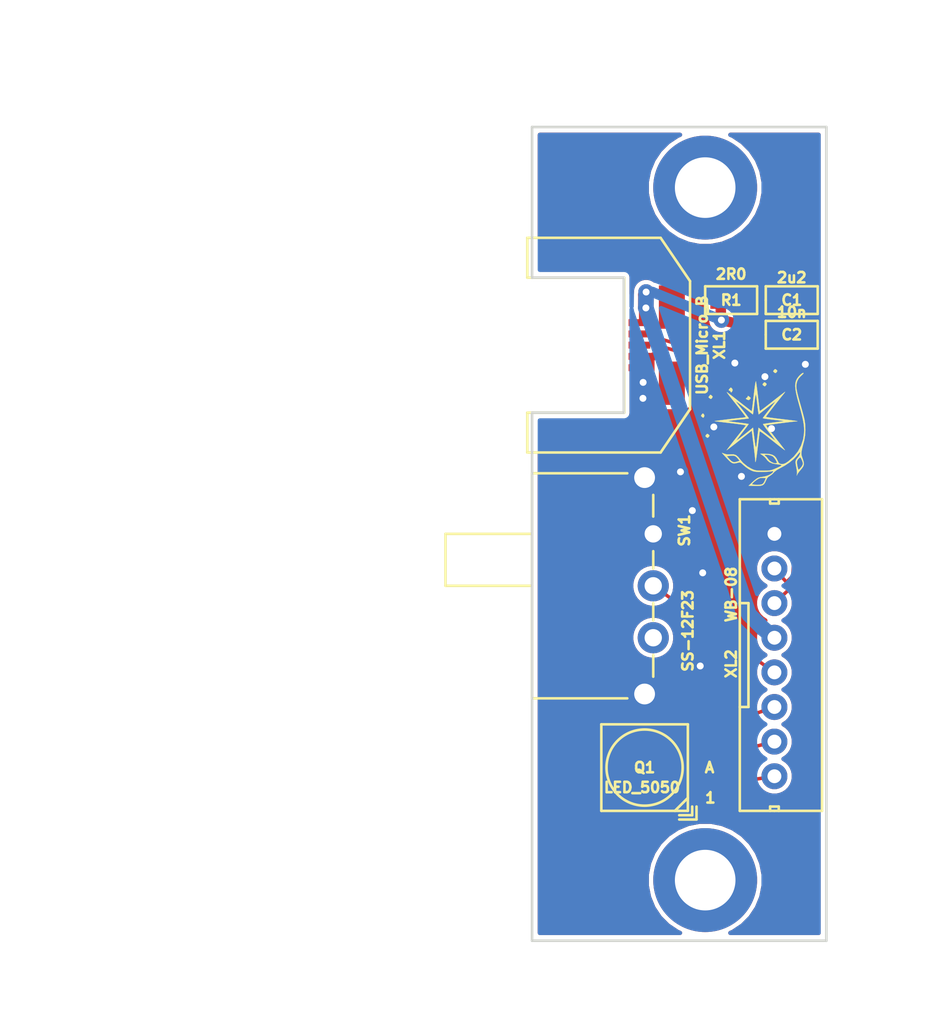
<source format=kicad_pcb>
(kicad_pcb (version 20171130) (host pcbnew "(5.0.0-rc2-dev-130-g0bdae22af)")

  (general
    (thickness 1.6)
    (drawings 15)
    (tracks 187)
    (zones 0)
    (modules 10)
    (nets 12)
  )

  (page A4)
  (layers
    (0 F.Cu signal)
    (31 B.Cu signal)
    (37 F.SilkS user)
    (38 B.Mask user)
    (39 F.Mask user)
    (40 Dwgs.User user)
    (44 Edge.Cuts user)
  )

  (setup
    (last_trace_width 0.2)
    (trace_clearance 0.2)
    (zone_clearance 0.508)
    (zone_45_only no)
    (trace_min 0.2)
    (segment_width 0.2)
    (edge_width 0.15)
    (via_size 0.9)
    (via_drill 0.4)
    (via_min_size 0.4)
    (via_min_drill 0.3)
    (uvia_size 0.3)
    (uvia_drill 0.1)
    (uvias_allowed no)
    (uvia_min_size 0.2)
    (uvia_min_drill 0.1)
    (pcb_text_width 0.3)
    (pcb_text_size 1.5 1.5)
    (mod_edge_width 0.15)
    (mod_text_size 1 1)
    (mod_text_width 0.15)
    (pad_size 1.524 1.524)
    (pad_drill 0.762)
    (pad_to_mask_clearance 0.1)
    (aux_axis_origin 147 85.5)
    (visible_elements 7FFFF7DF)
    (pcbplotparams
      (layerselection 0x010e0_ffffffff)
      (usegerberextensions true)
      (usegerberattributes true)
      (usegerberadvancedattributes false)
      (creategerberjobfile false)
      (excludeedgelayer true)
      (linewidth 0.150000)
      (plotframeref false)
      (viasonmask false)
      (mode 1)
      (useauxorigin false)
      (hpglpennumber 1)
      (hpglpenspeed 20)
      (hpglpendiameter 15)
      (psnegative false)
      (psa4output false)
      (plotreference true)
      (plotvalue true)
      (plotinvisibletext false)
      (padsonsilk false)
      (subtractmaskfromsilk true)
      (outputformat 1)
      (mirror false)
      (drillshape 0)
      (scaleselection 1)
      (outputdirectory Gerber))
  )

  (net 0 "")
  (net 1 GNDPWR)
  (net 2 "Net-(C1-Pad1)")
  (net 3 /B)
  (net 4 /G)
  (net 5 /R)
  (net 6 /OnOff)
  (net 7 "Net-(XL1-PadH1)")
  (net 8 "Net-(XL1-PadH4)")
  (net 9 /5V)
  (net 10 /D+)
  (net 11 /D-)

  (net_class Default "This is the default net class."
    (clearance 0.2)
    (trace_width 0.2)
    (via_dia 0.9)
    (via_drill 0.4)
    (uvia_dia 0.3)
    (uvia_drill 0.1)
    (add_net /5V)
    (add_net /B)
    (add_net /D+)
    (add_net /D-)
    (add_net /G)
    (add_net /OnOff)
    (add_net /R)
    (add_net GNDPWR)
    (add_net "Net-(C1-Pad1)")
    (add_net "Net-(XL1-PadH1)")
    (add_net "Net-(XL1-PadH4)")
  )

  (module "Connectors:WB-08(MW-8M)" (layer F.Cu) (tedit 5A91EE79) (tstamp 5A920CEB)
    (at 161 69 270)
    (path /5AAF4360)
    (fp_text reference XL2 (at 0.5 2.5 270) (layer F.SilkS)
      (effects (font (size 0.6 0.6) (thickness 0.15)))
    )
    (fp_text value WB-08 (at -3.5 2.5 270) (layer F.SilkS)
      (effects (font (size 0.6 0.6) (thickness 0.15)))
    )
    (fp_line (start -9 -2.75) (end -9 0) (layer F.SilkS) (width 0.15))
    (fp_line (start 9 0) (end 9 -2.75) (layer F.SilkS) (width 0.15))
    (fp_line (start 9 2) (end 9 0) (layer F.SilkS) (width 0.15))
    (fp_line (start -9 0) (end -9 2) (layer F.SilkS) (width 0.15))
    (fp_line (start 8.75 0.25) (end 9 0.25) (layer F.SilkS) (width 0.15))
    (fp_line (start 8.75 -0.25) (end 8.75 0.25) (layer F.SilkS) (width 0.15))
    (fp_line (start 9 -0.25) (end 8.75 -0.25) (layer F.SilkS) (width 0.15))
    (fp_line (start -8.75 0.25) (end -9 0.25) (layer F.SilkS) (width 0.15))
    (fp_line (start -8.75 -0.25) (end -8.75 0.25) (layer F.SilkS) (width 0.15))
    (fp_line (start -9 -0.25) (end -8.75 -0.25) (layer F.SilkS) (width 0.15))
    (fp_line (start -9 2) (end 9 2) (layer F.SilkS) (width 0.15))
    (fp_line (start -9 -2.75) (end 9 -2.75) (layer F.SilkS) (width 0.15))
    (fp_line (start 3 1.5) (end 3 2) (layer F.SilkS) (width 0.15))
    (fp_line (start -3 1.5) (end 3 1.5) (layer F.SilkS) (width 0.15))
    (fp_line (start -3 2) (end -3 1.5) (layer F.SilkS) (width 0.15))
    (pad 4 thru_hole circle (at -1 0 270) (size 1.5 1.5) (drill 0.8) (layers *.Cu *.Mask)
      (net 9 /5V))
    (pad 3 thru_hole circle (at -3 0 270) (size 1.5 1.5) (drill 0.8) (layers *.Cu *.Mask)
      (net 11 /D-))
    (pad 2 thru_hole circle (at -5 0 270) (size 1.5 1.5) (drill 0.8) (layers *.Cu *.Mask)
      (net 10 /D+))
    (pad 1 thru_hole rect (at -7 0 270) (size 1.5 1.5) (drill 0.8) (layers *.Cu *.Mask)
      (net 1 GNDPWR))
    (pad 5 thru_hole circle (at 1 0 270) (size 1.5 1.5) (drill 0.8) (layers *.Cu *.Mask)
      (net 6 /OnOff))
    (pad 6 thru_hole circle (at 3 0 270) (size 1.5 1.5) (drill 0.8) (layers *.Cu *.Mask)
      (net 5 /R))
    (pad 7 thru_hole circle (at 5 0 270) (size 1.5 1.5) (drill 0.8) (layers *.Cu *.Mask)
      (net 4 /G))
    (pad 8 thru_hole circle (at 7 0 270) (size 1.5 1.5) (drill 0.8) (layers *.Cu *.Mask)
      (net 3 /B))
    (model "${KICAD_SYMBOL_DIR}/3d/Connectors/Conn_WB-08(MW-8M).STEP"
      (offset (xyz 0 0.4 0))
      (scale (xyz 1 1 1))
      (rotate (xyz 0 0 0))
    )
  )

  (module LEDs:LED_5050 (layer F.Cu) (tedit 5A971E22) (tstamp 5A920CA6)
    (at 153.5 75.5 180)
    (path /5A9CED18)
    (fp_text reference Q1 (at 0 0 180) (layer F.SilkS)
      (effects (font (size 0.59944 0.59944) (thickness 0.14986)))
    )
    (fp_text value LED_5050 (at 0.15 -1.15 180) (layer F.SilkS)
      (effects (font (size 0.59944 0.59944) (thickness 0.14986)))
    )
    (fp_line (start -2.49936 -2.49936) (end 2.49936 -2.49936) (layer F.SilkS) (width 0.14986))
    (fp_line (start -2.49936 2.49936) (end -2.49936 -2.49936) (layer F.SilkS) (width 0.14986))
    (fp_line (start 2.49936 2.49936) (end -2.49936 2.49936) (layer F.SilkS) (width 0.14986))
    (fp_line (start 2.49936 -2.49936) (end 2.49936 2.49936) (layer F.SilkS) (width 0.14986))
    (fp_circle (center 0 0) (end 0 2.19964) (layer F.SilkS) (width 0.14986))
    (fp_text user A (at -3.75 0 180) (layer F.SilkS)
      (effects (font (size 0.6 0.6) (thickness 0.15)))
    )
    (fp_text user 1 (at -3.8 -1.75 180) (layer F.SilkS)
      (effects (font (size 0.6 0.6) (thickness 0.15)))
    )
    (fp_line (start -3 -3) (end -3 -2.25) (layer F.SilkS) (width 0.15))
    (fp_line (start -2 -3) (end -3 -3) (layer F.SilkS) (width 0.15))
    (fp_line (start -2.75 -2.75) (end -2 -2.75) (layer F.SilkS) (width 0.15))
    (fp_line (start -2.75 -2.25) (end -2.75 -2.75) (layer F.SilkS) (width 0.15))
    (fp_line (start -1.75 -2.5) (end -2.5 -1.75) (layer F.SilkS) (width 0.15))
    (pad 3 smd rect (at -2.5 1.6 180) (size 1.6 1.1) (layers F.Cu F.Mask)
      (net 5 /R))
    (pad 2 smd rect (at -2.5 0 180) (size 1.6 1.1) (layers F.Cu F.Mask)
      (net 4 /G))
    (pad 1 smd rect (at -2.5 -1.6 180) (size 1.6 1.1) (layers F.Cu F.Mask)
      (net 3 /B))
    (pad 4 smd rect (at 2.5 1.6 180) (size 1.6 1.1) (layers F.Cu F.Mask)
      (net 1 GNDPWR))
    (pad 5 smd rect (at 2.5 0 180) (size 1.6 1.1) (layers F.Cu F.Mask)
      (net 1 GNDPWR))
    (pad 6 smd rect (at 2.5 -1.6 180) (size 1.6 1.1) (layers F.Cu F.Mask)
      (net 1 GNDPWR))
    (model ${KICAD_SYMBOL_DIR}/3d/LED/LED_5050.STEP
      (at (xyz 0 0 0))
      (scale (xyz 1 1 1))
      (rotate (xyz 0 0 0))
    )
  )

  (module BtnsSwitches:SW_SS-12F23 (layer F.Cu) (tedit 5A971E01) (tstamp 5A920CC4)
    (at 154 65 270)
    (path /5AAF420B)
    (fp_text reference SW1 (at -3.2 -1.8 270) (layer F.SilkS)
      (effects (font (size 0.6 0.6) (thickness 0.15)))
    )
    (fp_text value SS-12F23 (at 2.6 -2 270) (layer F.SilkS)
      (effects (font (size 0.6 0.6) (thickness 0.15)))
    )
    (fp_line (start -3 7) (end -3 12) (layer F.SilkS) (width 0.15))
    (fp_line (start -3 12) (end 0 12) (layer F.SilkS) (width 0.15))
    (fp_line (start 0 12) (end 0 7) (layer F.SilkS) (width 0.15))
    (fp_line (start 6.5 1.5) (end 6.5 7) (layer F.SilkS) (width 0.15))
    (fp_line (start 6.5 7) (end -6.5 7) (layer F.SilkS) (width 0.15))
    (fp_line (start -6.5 7) (end -6.5 1.5) (layer F.SilkS) (width 0.15))
    (fp_line (start 4 0) (end 5.25 0) (layer F.SilkS) (width 0.15))
    (fp_line (start 1 0) (end 2 0) (layer F.SilkS) (width 0.15))
    (fp_line (start -2 0) (end -1 0) (layer F.SilkS) (width 0.15))
    (fp_line (start -4 0) (end -5.25 0) (layer F.SilkS) (width 0.15))
    (pad 1 thru_hole circle (at -3 0 270) (size 1.8 1.8) (drill 1) (layers *.Cu *.Mask)
      (net 1 GNDPWR))
    (pad 2 thru_hole circle (at 0 0 270) (size 1.8 1.8) (drill 1) (layers *.Cu *.Mask)
      (net 6 /OnOff))
    (pad 3 thru_hole circle (at 3 0 270) (size 1.8 1.8) (drill 1) (layers *.Cu *.Mask))
    (pad H thru_hole circle (at -6.25 0.5 270) (size 2 2) (drill 1.2) (layers *.Cu *.Mask)
      (net 1 GNDPWR))
    (pad H thru_hole circle (at 6.25 0.5 270) (size 2 2) (drill 1.2) (layers *.Cu *.Mask)
      (net 1 GNDPWR))
    (model "${KICAD_SYMBOL_DIR}/3d/BtnsSwitches/Switch SS12S23.STEP"
      (offset (xyz 0 -3.5 6))
      (scale (xyz 1 1 1))
      (rotate (xyz 0 180 180))
    )
  )

  (module Capacitors:CAP_0603 (layer F.Cu) (tedit 5A9488DC) (tstamp 5A920C79)
    (at 162 48.5)
    (path /5A9CEBA7)
    (attr smd)
    (fp_text reference C1 (at 0 0) (layer F.SilkS)
      (effects (font (size 0.6 0.6) (thickness 0.15)))
    )
    (fp_text value 2u2 (at 0 -1.3) (layer F.SilkS)
      (effects (font (size 0.6 0.6) (thickness 0.15)))
    )
    (fp_line (start -1.5 0.8) (end -1.5 0) (layer F.SilkS) (width 0.15))
    (fp_line (start 1.5 0.8) (end -1.5 0.8) (layer F.SilkS) (width 0.15))
    (fp_line (start 1.5 -0.8) (end 1.5 0.8) (layer F.SilkS) (width 0.15))
    (fp_line (start -1.5 -0.8) (end 1.5 -0.8) (layer F.SilkS) (width 0.15))
    (fp_line (start -1.5 0) (end -1.5 -0.8) (layer F.SilkS) (width 0.15))
    (pad 2 smd rect (at 0.762 0) (size 0.889 1.016) (layers F.Cu F.Mask)
      (net 1 GNDPWR))
    (pad 1 smd rect (at -0.762 0) (size 0.889 1.016) (layers F.Cu F.Mask)
      (net 2 "Net-(C1-Pad1)"))
    (model ${KICAD_SYMBOL_DIR}/3d/Capacitors/C_0603.step
      (at (xyz 0 0 0))
      (scale (xyz 1 1 1))
      (rotate (xyz 0 0 0))
    )
  )

  (module PCB:Hole3_5_out6mm (layer F.Cu) (tedit 5A947885) (tstamp 5A920C7E)
    (at 157 42)
    (path /5A91E7F6)
    (fp_text reference HOLE1 (at 0 3.2004) (layer F.SilkS) hide
      (effects (font (size 0.127 0.127) (thickness 0.00254)))
    )
    (fp_text value HOLE_METALLED (at -0.09906 -3.2004) (layer F.SilkS) hide
      (effects (font (size 0.127 0.127) (thickness 0.00254)))
    )
    (pad H thru_hole circle (at 0 0) (size 6 6) (drill 3.5) (layers *.Cu *.Mask))
  )

  (module PCB:Hole3_5_out6mm (layer F.Cu) (tedit 5A947885) (tstamp 5A920C83)
    (at 157 82)
    (path /5A91E8DE)
    (fp_text reference HOLE2 (at 0 3.2004) (layer F.SilkS) hide
      (effects (font (size 0.127 0.127) (thickness 0.00254)))
    )
    (fp_text value HOLE_METALLED (at -0.09906 -3.2004) (layer F.SilkS) hide
      (effects (font (size 0.127 0.127) (thickness 0.00254)))
    )
    (pad H thru_hole circle (at 0 0) (size 6 6) (drill 3.5) (layers *.Cu *.Mask))
  )

  (module Pictures:Ostranna_8x8 (layer F.Cu) (tedit 0) (tstamp 5A920C90)
    (at 160 55.5 90)
    (path /5A920942)
    (fp_text reference Logo1 (at 0 0 90) (layer F.SilkS) hide
      (effects (font (size 1.524 1.524) (thickness 0.3)))
    )
    (fp_text value Logo (at 0.75 0 90) (layer F.SilkS) hide
      (effects (font (size 1.524 1.524) (thickness 0.3)))
    )
    (fp_poly (pts (xy 0.344855 -3.230616) (xy 0.394624 -3.196551) (xy 0.449104 -3.149463) (xy 0.447801 -3.11541)
      (xy 0.410198 -3.079358) (xy 0.34119 -3.043017) (xy 0.267286 -3.064113) (xy 0.214928 -3.098401)
      (xy 0.217571 -3.135559) (xy 0.251712 -3.181306) (xy 0.30122 -3.23262) (xy 0.344855 -3.230616)) (layer F.SilkS) (width 0.01))
    (fp_poly (pts (xy -0.823464 -2.98002) (xy -0.775852 -2.944188) (xy -0.724084 -2.893409) (xy -0.726932 -2.850469)
      (xy -0.759654 -2.805907) (xy -0.808868 -2.755273) (xy -0.851833 -2.759527) (xy -0.896006 -2.792278)
      (xy -0.947146 -2.842368) (xy -0.943068 -2.886834) (xy -0.912204 -2.930559) (xy -0.864664 -2.982585)
      (xy -0.823464 -2.98002)) (layer F.SilkS) (width 0.01))
    (fp_poly (pts (xy 1.411663 -2.802135) (xy 1.459831 -2.757997) (xy 1.493758 -2.73647) (xy 1.533298 -2.706913)
      (xy 1.524639 -2.669515) (xy 1.492422 -2.627176) (xy 1.440199 -2.575957) (xy 1.39079 -2.579929)
      (xy 1.351745 -2.603432) (xy 1.299249 -2.645776) (xy 1.298048 -2.688436) (xy 1.331458 -2.745208)
      (xy 1.378573 -2.798373) (xy 1.411151 -2.802859) (xy 1.411663 -2.802135)) (layer F.SilkS) (width 0.01))
    (fp_poly (pts (xy 1.821546 -1.638667) (xy 1.883197 -1.592413) (xy 1.88404 -1.591729) (xy 1.942284 -1.539577)
      (xy 1.947321 -1.50404) (xy 1.90294 -1.456806) (xy 1.902183 -1.456108) (xy 1.832061 -1.413042)
      (xy 1.756494 -1.427606) (xy 1.750786 -1.430236) (xy 1.686645 -1.472753) (xy 1.670326 -1.509269)
      (xy 1.706598 -1.524) (xy 1.748287 -1.553583) (xy 1.770098 -1.593538) (xy 1.791753 -1.638916)
      (xy 1.821546 -1.638667)) (layer F.SilkS) (width 0.01))
    (fp_poly (pts (xy 1.355693 -0.598714) (xy 1.405134 -0.55043) (xy 1.433841 -0.544286) (xy 1.468238 -0.5367)
      (xy 1.458655 -0.50246) (xy 1.425908 -0.454712) (xy 1.371169 -0.386836) (xy 1.330977 -0.374119)
      (xy 1.279308 -0.411549) (xy 1.266031 -0.42393) (xy 1.2279 -0.481336) (xy 1.242328 -0.553301)
      (xy 1.247888 -0.565724) (xy 1.2933 -0.639321) (xy 1.330668 -0.642379) (xy 1.355693 -0.598714)) (layer F.SilkS) (width 0.01))
    (fp_poly (pts (xy 2.151965 0.32198) (xy 2.199576 0.357812) (xy 2.251345 0.408591) (xy 2.248497 0.451531)
      (xy 2.215774 0.496093) (xy 2.166561 0.546727) (xy 2.123596 0.542473) (xy 2.079423 0.509722)
      (xy 2.028282 0.459632) (xy 2.03236 0.415166) (xy 2.063225 0.371441) (xy 2.110764 0.319415)
      (xy 2.151965 0.32198)) (layer F.SilkS) (width 0.01))
    (fp_poly (pts (xy 2.913965 0.938837) (xy 2.961576 0.974669) (xy 3.013345 1.025448) (xy 3.010497 1.068388)
      (xy 2.977774 1.11295) (xy 2.928561 1.163584) (xy 2.885596 1.159331) (xy 2.841423 1.126579)
      (xy 2.790282 1.076489) (xy 2.79436 1.032024) (xy 2.825225 0.988298) (xy 2.872764 0.936272)
      (xy 2.913965 0.938837)) (layer F.SilkS) (width 0.01))
    (fp_poly (pts (xy 0.019747 -2.425099) (xy 0.033759 -2.334364) (xy 0.052935 -2.195297) (xy 0.075805 -2.019791)
      (xy 0.100897 -1.819739) (xy 0.126737 -1.607034) (xy 0.151854 -1.393568) (xy 0.174776 -1.191233)
      (xy 0.194031 -1.011924) (xy 0.205883 -0.892219) (xy 0.220216 -0.771311) (xy 0.236213 -0.685337)
      (xy 0.250214 -0.653143) (xy 0.284534 -0.674536) (xy 0.365907 -0.733834) (xy 0.484635 -0.823713)
      (xy 0.631016 -0.936849) (xy 0.762038 -1.039594) (xy 0.944981 -1.183935) (xy 1.128172 -1.328481)
      (xy 1.295512 -1.460528) (xy 1.430902 -1.567374) (xy 1.486295 -1.611094) (xy 1.588116 -1.688442)
      (xy 1.659392 -1.73663) (xy 1.689445 -1.748723) (xy 1.687418 -1.741714) (xy 1.656267 -1.698799)
      (xy 1.586742 -1.607606) (xy 1.485523 -1.476749) (xy 1.359293 -1.314841) (xy 1.214734 -1.130494)
      (xy 1.114722 -1.003496) (xy 0.964835 -0.812464) (xy 0.831924 -0.641114) (xy 0.722 -0.497357)
      (xy 0.641073 -0.389105) (xy 0.595153 -0.324267) (xy 0.587028 -0.308974) (xy 0.624772 -0.302081)
      (xy 0.724823 -0.288317) (xy 0.877367 -0.268908) (xy 1.072592 -0.245077) (xy 1.300686 -0.218051)
      (xy 1.50205 -0.194744) (xy 1.800084 -0.159455) (xy 2.027986 -0.129842) (xy 2.187947 -0.10555)
      (xy 2.282155 -0.08622) (xy 2.312799 -0.071495) (xy 2.300336 -0.064392) (xy 2.234066 -0.05241)
      (xy 2.107835 -0.034013) (xy 1.933811 -0.010804) (xy 1.72416 0.015613) (xy 1.49105 0.043636)
      (xy 1.399534 0.054293) (xy 1.167836 0.081482) (xy 0.961627 0.106541) (xy 0.791387 0.128126)
      (xy 0.667595 0.144892) (xy 0.600731 0.155495) (xy 0.592011 0.157894) (xy 0.610263 0.188351)
      (xy 0.667778 0.267871) (xy 0.758669 0.388698) (xy 0.87705 0.543079) (xy 1.017035 0.723257)
      (xy 1.142834 0.883571) (xy 1.296751 1.079645) (xy 1.434606 1.256713) (xy 1.550356 1.406897)
      (xy 1.637959 1.522315) (xy 1.691373 1.595087) (xy 1.705429 1.617327) (xy 1.680304 1.606792)
      (xy 1.61478 1.55966) (xy 1.533071 1.494329) (xy 1.407834 1.392032) (xy 1.256511 1.270767)
      (xy 1.088718 1.13798) (xy 0.914072 1.001118) (xy 0.742188 0.867627) (xy 0.582682 0.744955)
      (xy 0.44517 0.640547) (xy 0.339268 0.561852) (xy 0.274592 0.516315) (xy 0.259436 0.508)
      (xy 0.248552 0.542462) (xy 0.231236 0.639393) (xy 0.208869 0.789114) (xy 0.182835 0.981945)
      (xy 0.154514 1.208206) (xy 0.131221 1.406072) (xy 0.09445 1.721929) (xy 0.064364 1.968601)
      (xy 0.040502 2.149122) (xy 0.022407 2.266527) (xy 0.009618 2.323848) (xy 0.001675 2.324121)
      (xy -0.001572 2.282976) (xy -0.007233 2.207958) (xy -0.020468 2.079869) (xy -0.039728 1.910774)
      (xy -0.063465 1.712734) (xy -0.090132 1.497812) (xy -0.118182 1.278071) (xy -0.146066 1.065574)
      (xy -0.172238 0.872383) (xy -0.195149 0.710561) (xy -0.213251 0.59217) (xy -0.224998 0.529273)
      (xy -0.227446 0.522459) (xy -0.260991 0.537611) (xy -0.342941 0.592435) (xy -0.465243 0.681007)
      (xy -0.61984 0.797401) (xy -0.79868 0.935695) (xy -0.929734 1.038988) (xy -1.122965 1.192005)
      (xy -1.299224 1.330803) (xy -1.449935 1.44869) (xy -1.566523 1.538976) (xy -1.64041 1.59497)
      (xy -1.661283 1.609692) (xy -1.660794 1.595774) (xy -1.621426 1.535025) (xy -1.549915 1.437055)
      (xy -1.452998 1.311477) (xy -1.446371 1.303083) (xy -1.315113 1.136955) (xy -1.159129 0.93941)
      (xy -0.998615 0.736031) (xy -0.86311 0.564247) (xy -0.752036 0.420091) (xy -0.66243 0.297397)
      (xy -0.60148 0.20653) (xy -0.576378 0.157857) (xy -0.577603 0.152621) (xy -0.620882 0.145524)
      (xy -0.725874 0.131338) (xy -0.882206 0.111375) (xy -1.079507 0.086943) (xy -1.307405 0.059352)
      (xy -1.465493 0.040526) (xy -1.78554 0.001411) (xy -2.033847 -0.031737) (xy -2.210991 -0.059032)
      (xy -2.245949 -0.066105) (xy -1.498106 -0.066105) (xy -1.466454 -0.050086) (xy -1.374051 -0.034601)
      (xy -1.233714 -0.019415) (xy -1.080253 -0.003602) (xy -0.892047 0.017391) (xy -0.70632 0.039395)
      (xy -0.681558 0.042453) (xy -0.365259 0.081758) (xy -0.536415 0.298344) (xy -0.721414 0.532958)
      (xy -0.864727 0.716022) (xy -0.970117 0.852565) (xy -1.041344 0.947614) (xy -1.082173 1.006198)
      (xy -1.096364 1.033345) (xy -1.08768 1.034082) (xy -1.086308 1.033272) (xy -1.040548 1.000373)
      (xy -0.94947 0.931015) (xy -0.824476 0.834013) (xy -0.676967 0.718179) (xy -0.604756 0.661048)
      (xy -0.454523 0.544053) (xy -0.324653 0.446971) (xy -0.225398 0.377145) (xy -0.167005 0.34192)
      (xy -0.156241 0.339663) (xy -0.147119 0.378313) (xy -0.131301 0.474114) (xy -0.110782 0.612166)
      (xy -0.087559 0.777572) (xy -0.063627 0.955433) (xy -0.040982 1.130851) (xy -0.021621 1.288926)
      (xy -0.00754 1.414761) (xy -0.000733 1.493457) (xy -0.000412 1.502833) (xy 0.011127 1.523568)
      (xy 0.014488 1.520976) (xy 0.023154 1.481628) (xy 0.037854 1.382476) (xy 0.056952 1.235883)
      (xy 0.078813 1.054211) (xy 0.094503 0.916214) (xy 0.117784 0.719047) (xy 0.140374 0.549881)
      (xy 0.160463 0.420674) (xy 0.176242 0.343383) (xy 0.18372 0.326572) (xy 0.218776 0.347984)
      (xy 0.300399 0.40716) (xy 0.418502 0.496512) (xy 0.563 0.608448) (xy 0.665929 0.689429)
      (xy 0.821677 0.811845) (xy 0.957012 0.916629) (xy 1.061992 0.996211) (xy 1.126677 1.04302)
      (xy 1.142416 1.052286) (xy 1.127092 1.025492) (xy 1.073365 0.951249) (xy 0.988185 0.838761)
      (xy 0.878498 0.697235) (xy 0.779522 0.5715) (xy 0.39866 0.090714) (xy 0.534973 0.066427)
      (xy 0.626681 0.05269) (xy 0.769476 0.034297) (xy 0.942239 0.013867) (xy 1.088572 -0.002262)
      (xy 1.258406 -0.021959) (xy 1.40374 -0.041839) (xy 1.508105 -0.059455) (xy 1.553371 -0.071338)
      (xy 1.535433 -0.083163) (xy 1.455913 -0.100443) (xy 1.325443 -0.121425) (xy 1.154653 -0.144357)
      (xy 1.000014 -0.162502) (xy 0.800895 -0.185348) (xy 0.629654 -0.206543) (xy 0.498131 -0.224498)
      (xy 0.418164 -0.23762) (xy 0.399143 -0.243288) (xy 0.420689 -0.274971) (xy 0.480165 -0.353108)
      (xy 0.569827 -0.467757) (xy 0.68193 -0.608975) (xy 0.755108 -0.700292) (xy 0.911701 -0.8958)
      (xy 1.025002 -1.039685) (xy 1.097758 -1.136421) (xy 1.132718 -1.190483) (xy 1.132628 -1.206347)
      (xy 1.100236 -1.188486) (xy 1.038289 -1.141376) (xy 1.013958 -1.121891) (xy 0.796752 -0.947987)
      (xy 0.601382 -0.793837) (xy 0.434449 -0.664484) (xy 0.302556 -0.56497) (xy 0.212302 -0.500336)
      (xy 0.170289 -0.475626) (xy 0.16826 -0.475912) (xy 0.160662 -0.515264) (xy 0.147731 -0.612635)
      (xy 0.131211 -0.753817) (xy 0.112843 -0.924603) (xy 0.110904 -0.943429) (xy 0.090589 -1.132467)
      (xy 0.069977 -1.308991) (xy 0.051517 -1.45288) (xy 0.038002 -1.542143) (xy 0.011636 -1.687286)
      (xy -0.01217 -1.524) (xy -0.026286 -1.421594) (xy -0.046313 -1.269076) (xy -0.069408 -1.088376)
      (xy -0.08925 -0.929619) (xy -0.110795 -0.761611) (xy -0.130151 -0.622242) (xy -0.145207 -0.525957)
      (xy -0.153853 -0.487196) (xy -0.153887 -0.487161) (xy -0.184728 -0.50446) (xy -0.262702 -0.55958)
      (xy -0.37804 -0.645301) (xy -0.520972 -0.754405) (xy -0.626824 -0.836613) (xy -0.783488 -0.958236)
      (xy -0.919674 -1.062366) (xy -1.025396 -1.141494) (xy -1.09067 -1.188114) (xy -1.106718 -1.197429)
      (xy -1.091522 -1.170629) (xy -1.037929 -1.096371) (xy -0.952877 -0.983861) (xy -0.843305 -0.842311)
      (xy -0.744472 -0.716643) (xy -0.363905 -0.235857) (xy -0.971167 -0.160212) (xy -1.205538 -0.129712)
      (xy -1.36995 -0.104684) (xy -1.466705 -0.083893) (xy -1.498106 -0.066105) (xy -2.245949 -0.066105)
      (xy -2.317548 -0.080591) (xy -2.354096 -0.096527) (xy -2.321211 -0.106957) (xy -2.228548 -0.111821)
      (xy -2.15029 -0.117176) (xy -2.013161 -0.130435) (xy -1.830257 -0.15017) (xy -1.614677 -0.174953)
      (xy -1.379518 -0.203357) (xy -1.313205 -0.211607) (xy -0.539982 -0.308429) (xy -1.104562 -1.025283)
      (xy -1.258705 -1.221676) (xy -1.396811 -1.398932) (xy -1.512856 -1.549213) (xy -1.600815 -1.664681)
      (xy -1.654665 -1.737497) (xy -1.669143 -1.759865) (xy -1.642006 -1.743254) (xy -1.56564 -1.68726)
      (xy -1.447614 -1.597674) (xy -1.295496 -1.480287) (xy -1.116856 -1.340889) (xy -0.9525 -1.211545)
      (xy -0.235857 -0.645499) (xy -0.209269 -0.749106) (xy -0.197368 -0.814932) (xy -0.179046 -0.940745)
      (xy -0.155901 -1.114405) (xy -0.129531 -1.323772) (xy -0.101535 -1.556707) (xy -0.09085 -1.648466)
      (xy -0.063679 -1.880134) (xy -0.038667 -2.086288) (xy -0.017153 -2.256454) (xy -0.000477 -2.380159)
      (xy 0.010022 -2.44693) (xy 0.012372 -2.45561) (xy 0.019747 -2.425099)) (layer F.SilkS) (width 0.01))
    (fp_poly (pts (xy -1.830478 -2.002043) (xy -1.857478 -1.926454) (xy -1.873764 -1.884817) (xy -1.912714 -1.736086)
      (xy -1.91215 -1.565257) (xy -1.909325 -1.539134) (xy -1.906463 -1.358865) (xy -1.952174 -1.217159)
      (xy -2.05532 -1.095032) (xy -2.150806 -1.021637) (xy -2.393891 -0.81523) (xy -2.602474 -0.56055)
      (xy -2.733602 -0.333089) (xy -2.782658 -0.225404) (xy -2.815287 -0.135689) (xy -2.834798 -0.044318)
      (xy -2.8445 0.068334) (xy -2.847701 0.22189) (xy -2.847875 0.344714) (xy -2.846397 0.534561)
      (xy -2.840213 0.672628) (xy -2.825849 0.7797) (xy -2.799827 0.876557) (xy -2.758674 0.983982)
      (xy -2.729549 1.052286) (xy -2.648377 1.235866) (xy -2.589575 1.353702) (xy -2.548499 1.407403)
      (xy -2.520508 1.398584) (xy -2.50096 1.328855) (xy -2.485214 1.199829) (xy -2.479574 1.139093)
      (xy -2.468156 1.071267) (xy -2.425227 1.071267) (xy -2.417486 1.108108) (xy -2.396475 1.13948)
      (xy -2.35697 1.138505) (xy -2.280582 1.102445) (xy -2.243936 1.082262) (xy -2.136186 1.010561)
      (xy -2.046761 0.931752) (xy -2.025447 0.906628) (xy -1.987203 0.830514) (xy -1.955627 0.7257)
      (xy -1.934062 0.613201) (xy -1.92585 0.51403) (xy -1.934333 0.449199) (xy -1.950492 0.435429)
      (xy -1.994964 0.464359) (xy -2.008242 0.488308) (xy -2.049593 0.538564) (xy -2.130303 0.603785)
      (xy -2.171684 0.631554) (xy -2.270604 0.71902) (xy -2.353525 0.836372) (xy -2.408912 0.961244)
      (xy -2.425227 1.071267) (xy -2.468156 1.071267) (xy -2.438989 0.898016) (xy -2.364076 0.716203)
      (xy -2.251891 0.587486) (xy -2.19902 0.551297) (xy -2.099298 0.472884) (xy -2.001801 0.366344)
      (xy -1.974923 0.329077) (xy -1.917159 0.243761) (xy -1.878545 0.190433) (xy -1.870169 0.181429)
      (xy -1.867873 0.214897) (xy -1.867858 0.304107) (xy -1.870057 0.432268) (xy -1.871376 0.484669)
      (xy -1.889554 0.714624) (xy -1.934764 0.887778) (xy -2.014471 1.017212) (xy -2.136138 1.116008)
      (xy -2.269185 1.18198) (xy -2.38209 1.236881) (xy -2.441523 1.296053) (xy -2.464103 1.382575)
      (xy -2.466873 1.456508) (xy -2.452638 1.554807) (xy -2.40317 1.66369) (xy -2.310731 1.801223)
      (xy -2.040696 2.112313) (xy -1.736483 2.359729) (xy -1.399287 2.542795) (xy -1.030301 2.660837)
      (xy -0.706333 2.708522) (xy -0.529588 2.716216) (xy -0.349395 2.710587) (xy -0.15478 2.689774)
      (xy 0.065229 2.651915) (xy 0.321607 2.595148) (xy 0.625327 2.517612) (xy 0.95449 2.426761)
      (xy 1.303226 2.331649) (xy 1.592802 2.262115) (xy 1.832038 2.218334) (xy 2.029756 2.200483)
      (xy 2.194776 2.208736) (xy 2.335917 2.243269) (xy 2.462 2.304257) (xy 2.581847 2.391877)
      (xy 2.657929 2.460648) (xy 2.739575 2.550141) (xy 2.788289 2.62609) (xy 2.796786 2.674713)
      (xy 2.776605 2.685143) (xy 2.744842 2.660593) (xy 2.679673 2.596727) (xy 2.608282 2.521407)
      (xy 2.476966 2.401092) (xy 2.336441 2.325757) (xy 2.260346 2.300398) (xy 2.161904 2.277218)
      (xy 2.059032 2.266568) (xy 1.94189 2.270009) (xy 1.800641 2.289097) (xy 1.625447 2.325391)
      (xy 1.406469 2.380448) (xy 1.133869 2.455826) (xy 0.955995 2.506953) (xy 0.733326 2.570407)
      (xy 0.514855 2.630657) (xy 0.318284 2.682965) (xy 0.161313 2.722591) (xy 0.085138 2.740105)
      (xy -0.194952 2.779455) (xy -0.504218 2.789726) (xy -0.812047 2.771526) (xy -1.087826 2.725461)
      (xy -1.124857 2.716101) (xy -1.370422 2.651169) (xy -1.558431 2.604169) (xy -1.701366 2.574037)
      (xy -1.811713 2.559707) (xy -1.901954 2.560115) (xy -1.984574 2.574194) (xy -2.072057 2.600879)
      (xy -2.148902 2.628723) (xy -2.329247 2.686046) (xy -2.468406 2.702099) (xy -2.586773 2.674011)
      (xy -2.704744 2.598911) (xy -2.771956 2.541007) (xy -2.87864 2.450685) (xy -2.956887 2.392641)
      (xy -2.794 2.392641) (xy -2.767464 2.436157) (xy -2.702142 2.500752) (xy -2.61946 2.566993)
      (xy -2.558143 2.606513) (xy -2.477636 2.639397) (xy -2.395247 2.639684) (xy -2.286919 2.605146)
      (xy -2.217355 2.57496) (xy -2.123203 2.530145) (xy -2.085351 2.498966) (xy -2.093885 2.465354)
      (xy -2.126235 2.427253) (xy -2.211177 2.347209) (xy -2.297089 2.306759) (xy -2.40655 2.300503)
      (xy -2.562055 2.323024) (xy -2.680378 2.348991) (xy -2.763949 2.374284) (xy -2.794 2.392641)
      (xy -2.956887 2.392641) (xy -2.98412 2.37244) (xy -3.029857 2.343571) (xy -3.138714 2.282233)
      (xy -3.03938 2.302838) (xy -2.954778 2.305752) (xy -2.826793 2.293852) (xy -2.682501 2.269702)
      (xy -2.676522 2.268465) (xy -2.499675 2.234059) (xy -2.375173 2.219483) (xy -2.284979 2.226876)
      (xy -2.211056 2.258376) (xy -2.135368 2.316123) (xy -2.113747 2.335188) (xy -2.031222 2.396828)
      (xy -1.939684 2.447952) (xy -1.856529 2.481592) (xy -1.799153 2.49078) (xy -1.784951 2.468547)
      (xy -1.785633 2.466624) (xy -1.817628 2.431594) (xy -1.891077 2.36683) (xy -1.985204 2.290246)
      (xy -2.179949 2.107932) (xy -2.374545 1.87262) (xy -2.555224 1.602591) (xy -2.689863 1.354712)
      (xy -2.801853 1.150761) (xy -2.909364 1.008144) (xy -2.959243 0.962538) (xy -3.059773 0.864773)
      (xy -3.144747 0.748074) (xy -3.155411 0.72855) (xy -3.216858 0.635419) (xy -3.302923 0.56729)
      (xy -3.425295 0.509504) (xy -3.553998 0.450576) (xy -3.642016 0.387034) (xy -3.696338 0.304422)
      (xy -3.723954 0.188283) (xy -3.731854 0.024161) (xy -3.731388 -0.005624) (xy -3.664857 -0.005624)
      (xy -3.659982 0.159857) (xy -3.638511 0.271351) (xy -3.590176 0.347165) (xy -3.504708 0.405607)
      (xy -3.409777 0.449173) (xy -3.283857 0.502421) (xy -3.271992 0.389719) (xy -3.270412 0.267626)
      (xy -3.281935 0.160771) (xy -3.313142 0.083207) (xy -3.374832 -0.017731) (xy -3.45273 -0.123632)
      (xy -3.532561 -0.216084) (xy -3.60005 -0.276676) (xy -3.631655 -0.290286) (xy -3.647209 -0.256901)
      (xy -3.658861 -0.168306) (xy -3.664588 -0.041834) (xy -3.664857 -0.005624) (xy -3.731388 -0.005624)
      (xy -3.729597 -0.119848) (xy -3.719286 -0.492466) (xy -3.519714 -0.2781) (xy -3.389995 -0.133284)
      (xy -3.303483 -0.018358) (xy -3.249999 0.085944) (xy -3.219363 0.198889) (xy -3.203196 0.320977)
      (xy -3.172089 0.486116) (xy -3.116465 0.648887) (xy -3.045587 0.788848) (xy -2.968717 0.885556)
      (xy -2.937098 0.908237) (xy -2.890198 0.928803) (xy -2.875026 0.911452) (xy -2.884998 0.841905)
      (xy -2.891692 0.809755) (xy -2.903644 0.716795) (xy -2.913245 0.572672) (xy -2.919366 0.398783)
      (xy -2.921 0.254) (xy -2.919413 0.066034) (xy -2.912579 -0.069293) (xy -2.897388 -0.171885)
      (xy -2.870731 -0.261642) (xy -2.829496 -0.358466) (xy -2.823178 -0.372024) (xy -2.744474 -0.51027)
      (xy -2.637242 -0.661762) (xy -2.539454 -0.777327) (xy -2.44498 -0.879333) (xy -2.392365 -0.948151)
      (xy -2.373201 -1.002934) (xy -2.379078 -1.062835) (xy -2.392145 -1.112874) (xy -2.424408 -1.244655)
      (xy -2.425512 -1.258427) (xy -2.35403 -1.258427) (xy -2.31821 -1.128764) (xy -2.277849 -1.012985)
      (xy -2.163996 -1.099952) (xy -2.077088 -1.180261) (xy -2.01305 -1.263316) (xy -2.007422 -1.273817)
      (xy -1.982396 -1.385909) (xy -1.988409 -1.547811) (xy -1.989279 -1.554854) (xy -2.013857 -1.748993)
      (xy -2.186214 -1.597127) (xy -2.29881 -1.482374) (xy -2.352626 -1.377005) (xy -2.35403 -1.258427)
      (xy -2.425512 -1.258427) (xy -2.432639 -1.347301) (xy -2.410346 -1.436763) (xy -2.351038 -1.528994)
      (xy -2.248222 -1.639947) (xy -2.132542 -1.750786) (xy -2.01284 -1.862493) (xy -1.914223 -1.953182)
      (xy -1.847597 -2.012918) (xy -1.823986 -2.032) (xy -1.830478 -2.002043)) (layer F.SilkS) (width 0.01))
  )

  (module Resistors:RES_0603 (layer F.Cu) (tedit 5A948968) (tstamp 5A920CB1)
    (at 158.5 48.5)
    (path /5A9CEB9E)
    (attr smd)
    (fp_text reference R1 (at 0 0) (layer F.SilkS)
      (effects (font (size 0.6 0.6) (thickness 0.15)))
    )
    (fp_text value 2R0 (at 0 -1.5) (layer F.SilkS)
      (effects (font (size 0.6 0.6) (thickness 0.15)))
    )
    (fp_line (start -1.5 0.8) (end -1.5 0) (layer F.SilkS) (width 0.15))
    (fp_line (start 1.5 0.8) (end -1.5 0.8) (layer F.SilkS) (width 0.15))
    (fp_line (start 1.5 -0.8) (end 1.5 0.8) (layer F.SilkS) (width 0.15))
    (fp_line (start -1.5 -0.8) (end 1.5 -0.8) (layer F.SilkS) (width 0.15))
    (fp_line (start -1.5 0) (end -1.5 -0.8) (layer F.SilkS) (width 0.15))
    (pad 2 smd rect (at 0.75 0) (size 0.9 1) (layers F.Cu F.Mask)
      (net 2 "Net-(C1-Pad1)"))
    (pad 1 smd rect (at -0.75 0) (size 0.9 1) (layers F.Cu F.Mask)
      (net 9 /5V))
    (model ${KICAD_SYMBOL_DIR}/3d/Resistors/R_0603.step
      (at (xyz 0 0 0))
      (scale (xyz 1 1 1))
      (rotate (xyz 0 0 0))
    )
  )

  (module Capacitors:CAP_0603 (layer F.Cu) (tedit 5A9488DC) (tstamp 5A9741FE)
    (at 162 50.5)
    (path /5A979A3B)
    (attr smd)
    (fp_text reference C2 (at 0 0) (layer F.SilkS)
      (effects (font (size 0.6 0.6) (thickness 0.15)))
    )
    (fp_text value 10n (at 0 -1.3) (layer F.SilkS)
      (effects (font (size 0.6 0.6) (thickness 0.15)))
    )
    (fp_line (start -1.5 0.8) (end -1.5 0) (layer F.SilkS) (width 0.15))
    (fp_line (start 1.5 0.8) (end -1.5 0.8) (layer F.SilkS) (width 0.15))
    (fp_line (start 1.5 -0.8) (end 1.5 0.8) (layer F.SilkS) (width 0.15))
    (fp_line (start -1.5 -0.8) (end 1.5 -0.8) (layer F.SilkS) (width 0.15))
    (fp_line (start -1.5 0) (end -1.5 -0.8) (layer F.SilkS) (width 0.15))
    (pad 2 smd rect (at 0.762 0) (size 0.889 1.016) (layers F.Cu F.Mask)
      (net 1 GNDPWR))
    (pad 1 smd rect (at -0.762 0) (size 0.889 1.016) (layers F.Cu F.Mask)
      (net 9 /5V))
    (model ${KICAD_SYMBOL_DIR}/3d/Capacitors/C_0603.step
      (at (xyz 0 0 0))
      (scale (xyz 1 1 1))
      (rotate (xyz 0 0 0))
    )
  )

  (module Connectors:USBmicro_MOLEX_WM17142 (layer F.Cu) (tedit 5980AD61) (tstamp 5A9741FF)
    (at 152.325 51.1)
    (descr "Molex uUSB, PCB cut needed")
    (path /5A97267E)
    (fp_text reference XL1 (at 5.5 0 90) (layer F.SilkS)
      (effects (font (size 0.6 0.6) (thickness 0.15)))
    )
    (fp_text value USB_Micro_B (at 4.5 0 90) (layer F.SilkS)
      (effects (font (size 0.6 0.6) (thickness 0.15)))
    )
    (fp_line (start 0 3.9) (end -5.6 3.9) (layer F.SilkS) (width 0.15))
    (fp_line (start 0 -3.9) (end 0 3.9) (layer F.SilkS) (width 0.15))
    (fp_line (start -5.6 -3.9) (end 0 -3.9) (layer F.SilkS) (width 0.15))
    (fp_line (start -5.6 6.2) (end -5.6 3.9) (layer F.SilkS) (width 0.15))
    (fp_line (start 2.1 6.2) (end -5.6 6.2) (layer F.SilkS) (width 0.15))
    (fp_line (start 3.8 3.7) (end 2.1 6.2) (layer F.SilkS) (width 0.15))
    (fp_line (start 3.8 -3.7) (end 3.8 3.7) (layer F.SilkS) (width 0.15))
    (fp_line (start 2.1 -6.2) (end 3.8 -3.7) (layer F.SilkS) (width 0.15))
    (fp_line (start -5.6 -6.2) (end 2.1 -6.2) (layer F.SilkS) (width 0.15))
    (fp_line (start -5.6 -3.9) (end -5.6 -6.2) (layer F.SilkS) (width 0.15))
    (pad 5 smd rect (at 0.875 1.3) (size 1.25 0.4) (layers F.Cu F.Mask)
      (net 1 GNDPWR))
    (pad 4 smd rect (at 0.875 0.65) (size 1.25 0.4) (layers F.Cu F.Mask)
      (net 1 GNDPWR))
    (pad 3 smd rect (at 0.875 0) (size 1.25 0.4) (layers F.Cu F.Mask)
      (net 10 /D+))
    (pad 2 smd rect (at 0.875 -0.65) (size 1.25 0.4) (layers F.Cu F.Mask)
      (net 11 /D-))
    (pad 1 smd rect (at 0.875 -1.3) (size 1.25 0.4) (layers F.Cu F.Mask)
      (net 9 /5V))
    (pad H3 smd rect (at 2.75 2.2 90) (size 2.5 1.5) (layers F.Cu F.Mask))
    (pad H2 smd rect (at 2.75 -2.2 90) (size 2.5 1.5) (layers F.Cu F.Mask))
    (pad H4 smd rect (at 0.55 5.15) (size 2.5 1.5) (layers F.Cu F.Mask)
      (net 8 "Net-(XL1-PadH4)"))
    (pad H1 smd rect (at 0.55 -5.15) (size 2.5 1.5) (layers F.Cu F.Mask)
      (net 7 "Net-(XL1-PadH1)"))
    (pad H4 smd rect (at -3.65 5.15) (size 2.5 1.5) (layers F.Cu F.Mask)
      (net 8 "Net-(XL1-PadH4)"))
    (pad H1 smd rect (at -3.65 -5.15) (size 2.5 1.5) (layers F.Cu F.Mask)
      (net 7 "Net-(XL1-PadH1)"))
    (model "D:/Libs/Kicad/3d/conn_molex 47491-0001.wrl"
      (offset (xyz -2.099999968461165 0 0))
      (scale (xyz 0.4 0.4 0.4))
      (rotate (xyz -90 0 90))
    )
  )

  (dimension 6.5 (width 0.3) (layer Dwgs.User)
    (gr_text 6.5 (at 150.25 90.95) (layer Dwgs.User)
      (effects (font (size 1.5 1.5) (thickness 0.3)))
    )
    (feature1 (pts (xy 153.5 75.5) (xy 153.5 92.3)))
    (feature2 (pts (xy 147 75.5) (xy 147 92.3)))
    (crossbar (pts (xy 147 89.6) (xy 153.5 89.6)))
    (arrow1a (pts (xy 153.5 89.6) (xy 152.373496 90.186421)))
    (arrow1b (pts (xy 153.5 89.6) (xy 152.373496 89.013579)))
    (arrow2a (pts (xy 147 89.6) (xy 148.126504 90.186421)))
    (arrow2b (pts (xy 147 89.6) (xy 148.126504 89.013579)))
  )
  (dimension 37 (width 0.3) (layer Dwgs.User)
    (gr_text "37.000 mm" (at 122.55 57 270) (layer Dwgs.User)
      (effects (font (size 1.5 1.5) (thickness 0.3)))
    )
    (feature1 (pts (xy 147 75.5) (xy 121.2 75.5)))
    (feature2 (pts (xy 147 38.5) (xy 121.2 38.5)))
    (crossbar (pts (xy 123.9 38.5) (xy 123.9 75.5)))
    (arrow1a (pts (xy 123.9 75.5) (xy 123.313579 74.373496)))
    (arrow1b (pts (xy 123.9 75.5) (xy 124.486421 74.373496)))
    (arrow2a (pts (xy 123.9 38.5) (xy 123.313579 39.626504)))
    (arrow2b (pts (xy 123.9 38.5) (xy 124.486421 39.626504)))
  )
  (dimension 6 (width 0.3) (layer Dwgs.User)
    (gr_text 6 (at 134.05 65 90) (layer Dwgs.User)
      (effects (font (size 1.5 1.5) (thickness 0.3)))
    )
    (feature1 (pts (xy 147 62) (xy 132.7 62)))
    (feature2 (pts (xy 147 68) (xy 132.7 68)))
    (crossbar (pts (xy 135.4 68) (xy 135.4 62)))
    (arrow1a (pts (xy 135.4 62) (xy 135.986421 63.126504)))
    (arrow1b (pts (xy 135.4 62) (xy 134.813579 63.126504)))
    (arrow2a (pts (xy 135.4 68) (xy 135.986421 66.873496)))
    (arrow2b (pts (xy 135.4 68) (xy 134.813579 66.873496)))
  )
  (dimension 23.5 (width 0.3) (layer Dwgs.User)
    (gr_text 23.5 (at 129.45 50.25 270) (layer Dwgs.User)
      (effects (font (size 1.5 1.5) (thickness 0.3)))
    )
    (feature1 (pts (xy 147 62) (xy 128.1 62)))
    (feature2 (pts (xy 147 38.5) (xy 128.1 38.5)))
    (crossbar (pts (xy 130.8 38.5) (xy 130.8 62)))
    (arrow1a (pts (xy 130.8 62) (xy 130.213579 60.873496)))
    (arrow1b (pts (xy 130.8 62) (xy 131.386421 60.873496)))
    (arrow2a (pts (xy 130.8 38.5) (xy 130.213579 39.626504)))
    (arrow2b (pts (xy 130.8 38.5) (xy 131.386421 39.626504)))
  )
  (dimension 12.6 (width 0.3) (layer Dwgs.User)
    (gr_text 12.6 (at 134.15 44.8 270) (layer Dwgs.User)
      (effects (font (size 1.5 1.5) (thickness 0.3)))
    )
    (feature1 (pts (xy 147 51.1) (xy 132.8 51.1)))
    (feature2 (pts (xy 147 38.5) (xy 132.8 38.5)))
    (crossbar (pts (xy 135.5 38.5) (xy 135.5 51.1)))
    (arrow1a (pts (xy 135.5 51.1) (xy 134.913579 49.973496)))
    (arrow1b (pts (xy 135.5 51.1) (xy 136.086421 49.973496)))
    (arrow2a (pts (xy 135.5 38.5) (xy 134.913579 39.626504)))
    (arrow2b (pts (xy 135.5 38.5) (xy 136.086421 39.626504)))
  )
  (gr_line (start 147 55) (end 147 85.5) (layer Edge.Cuts) (width 0.15))
  (gr_line (start 152.3 55) (end 147 55) (layer Edge.Cuts) (width 0.15))
  (gr_line (start 152.3 47.2) (end 152.3 55) (layer Edge.Cuts) (width 0.15))
  (gr_line (start 147 47.2) (end 152.3 47.2) (layer Edge.Cuts) (width 0.15))
  (gr_line (start 147 38.5) (end 147 47.2) (layer Edge.Cuts) (width 0.15))
  (dimension 17 (width 0.3) (layer Dwgs.User)
    (gr_text "17.000 mm" (at 155.5 33.016984) (layer Dwgs.User)
      (effects (font (size 1.5 1.5) (thickness 0.3)))
    )
    (feature1 (pts (xy 164 38.366984) (xy 164 31.666984)))
    (feature2 (pts (xy 147 38.366984) (xy 147 31.666984)))
    (crossbar (pts (xy 147 34.366984) (xy 164 34.366984)))
    (arrow1a (pts (xy 164 34.366984) (xy 162.873496 34.953405)))
    (arrow1b (pts (xy 164 34.366984) (xy 162.873496 33.780563)))
    (arrow2a (pts (xy 147 34.366984) (xy 148.126504 34.953405)))
    (arrow2b (pts (xy 147 34.366984) (xy 148.126504 33.780563)))
  )
  (dimension 47 (width 0.3) (layer Dwgs.User)
    (gr_text "47.000 mm" (at 168.35 62 270) (layer Dwgs.User)
      (effects (font (size 1.5 1.5) (thickness 0.3)))
    )
    (feature1 (pts (xy 164 85.5) (xy 169.7 85.5)))
    (feature2 (pts (xy 164 38.5) (xy 169.7 38.5)))
    (crossbar (pts (xy 167 38.5) (xy 167 85.5)))
    (arrow1a (pts (xy 167 85.5) (xy 166.413579 84.373496)))
    (arrow1b (pts (xy 167 85.5) (xy 167.586421 84.373496)))
    (arrow2a (pts (xy 167 38.5) (xy 166.413579 39.626504)))
    (arrow2b (pts (xy 167 38.5) (xy 167.586421 39.626504)))
  )
  (gr_line (start 164 38.5) (end 147 38.5) (layer Edge.Cuts) (width 0.15))
  (gr_line (start 164 85.5) (end 164 38.5) (layer Edge.Cuts) (width 0.15))
  (gr_line (start 147 85.5) (end 164 85.5) (layer Edge.Cuts) (width 0.15))

  (via (at 153.4152 53.2501) (size 0.9) (layers F.Cu B.Cu) (net 1))
  (via (at 153.4042 54.1713) (size 0.9) (layers F.Cu B.Cu) (net 1))
  (via (at 162.7869 52.207) (size 0.9) (layers F.Cu B.Cu) (net 1))
  (via (at 160.4515 52.9189) (size 0.9) (layers F.Cu B.Cu) (net 1))
  (via (at 158.7137 52.1333) (size 0.9) (layers F.Cu B.Cu) (net 1))
  (via (at 157.4996 55.8232) (size 0.9) (layers F.Cu B.Cu) (net 1))
  (via (at 159.0946 58.68) (size 0.9) (layers F.Cu B.Cu) (net 1))
  (via (at 156.8568 64.2506) (size 0.9) (layers F.Cu B.Cu) (net 1))
  (via (at 156.714 69.6308) (size 0.9) (layers F.Cu B.Cu) (net 1))
  (via (at 160.8324 55.9185) (size 0.9) (layers F.Cu B.Cu) (net 1))
  (via (at 155.5728 58.4181) (size 0.9) (layers F.Cu B.Cu) (net 1))
  (via (at 156.2584 60.6553) (size 0.9) (layers F.Cu B.Cu) (net 1))
  (segment (start 156.714 69.6308) (end 153.5 71.25) (width 0.2) (layer B.Cu) (net 1))
  (segment (start 156.8568 64.2506) (end 154 62) (width 0.2) (layer B.Cu) (net 1))
  (segment (start 160.8324 55.9185) (end 159.0946 58.68) (width 0.6) (layer B.Cu) (net 1))
  (segment (start 160.8324 55.9185) (end 162.7869 52.207) (width 0.6) (layer B.Cu) (net 1))
  (segment (start 160.55 61.1257) (end 159.0946 58.68) (width 0.6) (layer B.Cu) (net 1))
  (segment (start 160.55 61.25) (end 160.55 61.1257) (width 0.6) (layer B.Cu) (net 1))
  (segment (start 160.55 61.55) (end 160.55 61.25) (width 0.6) (layer B.Cu) (net 1))
  (segment (start 161 62) (end 160.55 61.55) (width 0.6) (layer B.Cu) (net 1))
  (segment (start 153.4042 54.1713) (end 153.5 58.75) (width 0.6) (layer B.Cu) (net 1))
  (segment (start 153.5 58.75) (end 154 62) (width 0.6) (layer B.Cu) (net 1))
  (segment (start 153.4042 54.1713) (end 153.4152 53.2501) (width 0.6) (layer B.Cu) (net 1))
  (segment (start 155.5728 58.4181) (end 156.2584 60.6553) (width 0.2) (layer F.Cu) (net 1))
  (segment (start 153.5 58.75) (end 155.5728 58.4181) (width 0.2) (layer F.Cu) (net 1))
  (segment (start 150.2 74.1118) (end 149.9509 74.1118) (width 0.6) (layer F.Cu) (net 1))
  (segment (start 150.5 74.1118) (end 150.2 74.1118) (width 0.6) (layer F.Cu) (net 1))
  (segment (start 151 73.9) (end 150.5 74.1118) (width 0.6) (layer F.Cu) (net 1))
  (segment (start 152.5365 64.3421) (end 154 62) (width 0.6) (layer F.Cu) (net 1))
  (segment (start 152.4999 64.4303) (end 152.5365 64.3421) (width 0.6) (layer F.Cu) (net 1))
  (segment (start 152.4999 67.4303) (end 152.4999 64.4303) (width 0.6) (layer F.Cu) (net 1))
  (segment (start 152.4999 68.5697) (end 152.4999 67.4303) (width 0.6) (layer F.Cu) (net 1))
  (segment (start 153.5 71.25) (end 152.4999 68.5697) (width 0.6) (layer F.Cu) (net 1))
  (segment (start 160.55 62) (end 161 62) (width 0.6) (layer F.Cu) (net 1))
  (segment (start 160.25 62) (end 160.55 62) (width 0.6) (layer F.Cu) (net 1))
  (segment (start 154 62) (end 160.25 62) (width 0.6) (layer F.Cu) (net 1))
  (segment (start 149.9514 72.7499) (end 153.5 71.25) (width 0.6) (layer F.Cu) (net 1))
  (segment (start 149.5999 73.1014) (end 149.9514 72.7499) (width 0.6) (layer F.Cu) (net 1))
  (segment (start 149.5999 73.5986) (end 149.5999 73.1014) (width 0.6) (layer F.Cu) (net 1))
  (segment (start 149.6974 73.8582) (end 149.5999 73.5986) (width 0.6) (layer F.Cu) (net 1))
  (segment (start 149.9509 74.1118) (end 149.6974 73.8582) (width 0.6) (layer F.Cu) (net 1))
  (segment (start 149.8088 75.112) (end 149.9653 75.2686) (width 0.6) (layer F.Cu) (net 1))
  (segment (start 149.7848 74.622) (end 149.8088 75.112) (width 0.6) (layer F.Cu) (net 1))
  (segment (start 149.7848 74.278) (end 149.7848 74.622) (width 0.6) (layer F.Cu) (net 1))
  (segment (start 149.9509 74.1118) (end 149.7848 74.278) (width 0.6) (layer F.Cu) (net 1))
  (segment (start 150.5 76.85) (end 151 77.1) (width 0.6) (layer F.Cu) (net 1))
  (segment (start 150.2 76.85) (end 150.5 76.85) (width 0.6) (layer F.Cu) (net 1))
  (segment (start 150.0757 76.85) (end 150.2 76.85) (width 0.6) (layer F.Cu) (net 1))
  (segment (start 149.9 76.6743) (end 150.0757 76.85) (width 0.6) (layer F.Cu) (net 1))
  (segment (start 149.5999 76.2986) (end 149.9 76.6743) (width 0.6) (layer F.Cu) (net 1))
  (segment (start 149.5999 75.8014) (end 149.5999 76.2986) (width 0.6) (layer F.Cu) (net 1))
  (segment (start 149.6937 75.5403) (end 149.5999 75.8014) (width 0.6) (layer F.Cu) (net 1))
  (segment (start 149.9653 75.2686) (end 149.6937 75.5403) (width 0.6) (layer F.Cu) (net 1))
  (segment (start 157.4996 55.8232) (end 159.0946 58.68) (width 0.2) (layer F.Cu) (net 1))
  (segment (start 160.4515 52.9189) (end 160.8324 55.9185) (width 0.2) (layer F.Cu) (net 1))
  (segment (start 160.4515 52.9189) (end 162.7869 52.207) (width 0.2) (layer F.Cu) (net 1))
  (segment (start 158.7137 52.1333) (end 160.4515 52.9189) (width 0.2) (layer F.Cu) (net 1))
  (segment (start 150.5 75.2686) (end 151 75.5) (width 0.6) (layer F.Cu) (net 1))
  (segment (start 150.2 75.2686) (end 150.5 75.2686) (width 0.6) (layer F.Cu) (net 1))
  (segment (start 149.9653 75.2686) (end 150.2 75.2686) (width 0.6) (layer F.Cu) (net 1))
  (segment (start 162.7869 50.708) (end 162.762 50.5) (width 0.6) (layer F.Cu) (net 1))
  (segment (start 162.7869 51.008) (end 162.7869 50.708) (width 0.6) (layer F.Cu) (net 1))
  (segment (start 162.7869 52.207) (end 162.7869 51.008) (width 0.6) (layer F.Cu) (net 1))
  (segment (start 153.4152 52.6) (end 153.4152 53.2501) (width 0.2) (layer F.Cu) (net 1))
  (segment (start 153.4152 52.5) (end 153.4152 52.6) (width 0.2) (layer F.Cu) (net 1))
  (segment (start 153.2 52.4) (end 153.4152 52.5) (width 0.2) (layer F.Cu) (net 1))
  (segment (start 153.2 52.3) (end 153.2 52.4) (width 0.2) (layer F.Cu) (net 1))
  (segment (start 153.2 52.2) (end 153.2 52.3) (width 0.2) (layer F.Cu) (net 1))
  (segment (start 153.2 51.95) (end 153.2 52.2) (width 0.2) (layer F.Cu) (net 1))
  (segment (start 153.2 51.85) (end 153.2 51.95) (width 0.2) (layer F.Cu) (net 1))
  (segment (start 153.2 51.75) (end 153.2 51.85) (width 0.2) (layer F.Cu) (net 1))
  (segment (start 162.762 50.292) (end 162.762 50.5) (width 0.6) (layer F.Cu) (net 1))
  (segment (start 162.762 49.992) (end 162.762 50.292) (width 0.6) (layer F.Cu) (net 1))
  (segment (start 162.762 49.008) (end 162.762 49.992) (width 0.6) (layer F.Cu) (net 1))
  (segment (start 162.762 48.708) (end 162.762 49.008) (width 0.6) (layer F.Cu) (net 1))
  (segment (start 162.762 48.5) (end 162.762 48.708) (width 0.6) (layer F.Cu) (net 1))
  (segment (start 160.8935 48.5) (end 161.238 48.5) (width 0.2) (layer F.Cu) (net 2))
  (segment (start 160.7935 48.5) (end 160.8935 48.5) (width 0.2) (layer F.Cu) (net 2))
  (segment (start 159.7 48.5) (end 160.7935 48.5) (width 0.2) (layer F.Cu) (net 2))
  (segment (start 159.6 48.5) (end 159.7 48.5) (width 0.2) (layer F.Cu) (net 2))
  (segment (start 159.25 48.5) (end 159.6 48.5) (width 0.2) (layer F.Cu) (net 2))
  (segment (start 156.8414 76.65) (end 161 76) (width 0.2) (layer F.Cu) (net 3))
  (segment (start 156.8 76.65) (end 156.8414 76.65) (width 0.2) (layer F.Cu) (net 3))
  (segment (start 156.7 76.65) (end 156.8 76.65) (width 0.2) (layer F.Cu) (net 3))
  (segment (start 156 77.1) (end 156.7 76.65) (width 0.2) (layer F.Cu) (net 3))
  (segment (start 156.8414 75.05) (end 161 74) (width 0.2) (layer F.Cu) (net 4))
  (segment (start 156.8 75.05) (end 156.8414 75.05) (width 0.2) (layer F.Cu) (net 4))
  (segment (start 156.7 75.05) (end 156.8 75.05) (width 0.2) (layer F.Cu) (net 4))
  (segment (start 156 75.5) (end 156.7 75.05) (width 0.2) (layer F.Cu) (net 4))
  (segment (start 156.8414 73.45) (end 161 72) (width 0.2) (layer F.Cu) (net 5))
  (segment (start 156.8 73.45) (end 156.8414 73.45) (width 0.2) (layer F.Cu) (net 5))
  (segment (start 156.7 73.45) (end 156.8 73.45) (width 0.2) (layer F.Cu) (net 5))
  (segment (start 156 73.9) (end 156.7 73.45) (width 0.2) (layer F.Cu) (net 5))
  (segment (start 161 70) (end 154 65) (width 0.2) (layer F.Cu) (net 6))
  (segment (start 151.725 45.95) (end 152.875 45.95) (width 0.2) (layer F.Cu) (net 7))
  (segment (start 151.625 45.95) (end 151.725 45.95) (width 0.2) (layer F.Cu) (net 7))
  (segment (start 149.925 45.95) (end 151.625 45.95) (width 0.2) (layer F.Cu) (net 7))
  (segment (start 149.825 45.95) (end 149.925 45.95) (width 0.2) (layer F.Cu) (net 7))
  (segment (start 148.675 45.95) (end 149.825 45.95) (width 0.2) (layer F.Cu) (net 7))
  (segment (start 151.725 56.25) (end 152.875 56.25) (width 0.2) (layer F.Cu) (net 8))
  (segment (start 151.625 56.25) (end 151.725 56.25) (width 0.2) (layer F.Cu) (net 8))
  (segment (start 149.925 56.25) (end 151.625 56.25) (width 0.2) (layer F.Cu) (net 8))
  (segment (start 149.825 56.25) (end 149.925 56.25) (width 0.2) (layer F.Cu) (net 8))
  (segment (start 148.675 56.25) (end 149.825 56.25) (width 0.2) (layer F.Cu) (net 8))
  (via (at 153.5749 48.9499) (size 0.9) (layers F.Cu B.Cu) (net 9))
  (via (at 157.9363 49.6501) (size 0.9) (layers F.Cu B.Cu) (net 9))
  (via (at 153.5885 48.0323) (size 0.9) (layers F.Cu B.Cu) (net 9))
  (segment (start 159.4999 66.5697) (end 153.5749 48.9499) (width 0.9) (layer B.Cu) (net 9))
  (segment (start 159.5365 66.6579) (end 159.4999 66.5697) (width 0.9) (layer B.Cu) (net 9))
  (segment (start 160.3421 67.4635) (end 159.5365 66.6579) (width 0.9) (layer B.Cu) (net 9))
  (segment (start 161 68) (end 160.3421 67.4635) (width 0.9) (layer B.Cu) (net 9))
  (segment (start 153.955 48.0323) (end 157.9363 49.6501) (width 0.6) (layer B.Cu) (net 9))
  (segment (start 153.5885 48.0323) (end 153.955 48.0323) (width 0.6) (layer B.Cu) (net 9))
  (segment (start 153.5749 48.9499) (end 153.5885 48.0323) (width 0.9) (layer B.Cu) (net 9))
  (segment (start 153.5749 49.6) (end 153.5749 48.9499) (width 0.8) (layer F.Cu) (net 9))
  (segment (start 153.5749 48.1838) (end 153.5885 48.0323) (width 0.9) (layer F.Cu) (net 9))
  (segment (start 153.5749 48.9499) (end 153.5749 48.1838) (width 0.9) (layer F.Cu) (net 9))
  (segment (start 153.5749 49.7) (end 153.5749 49.6) (width 0.2) (layer F.Cu) (net 9))
  (segment (start 153.2 49.8) (end 153.5749 49.7) (width 0.2) (layer F.Cu) (net 9))
  (segment (start 161.0935 50.292) (end 161.238 50.5) (width 0.6) (layer F.Cu) (net 9))
  (segment (start 160.7935 50.292) (end 161.0935 50.292) (width 0.6) (layer F.Cu) (net 9))
  (segment (start 160.6692 50.292) (end 160.7935 50.292) (width 0.6) (layer F.Cu) (net 9))
  (segment (start 157.9363 49.6501) (end 160.6692 50.292) (width 0.6) (layer F.Cu) (net 9))
  (segment (start 157.9 48.7) (end 157.75 48.5) (width 0.6) (layer F.Cu) (net 9))
  (segment (start 157.9 49) (end 157.9 48.7) (width 0.6) (layer F.Cu) (net 9))
  (segment (start 157.9 49.1243) (end 157.9 49) (width 0.6) (layer F.Cu) (net 9))
  (segment (start 157.9363 49.6501) (end 157.9 49.1243) (width 0.6) (layer F.Cu) (net 9))
  (segment (start 162.0555 64.4296) (end 161.6945 64.7907) (width 0.2) (layer F.Cu) (net 10))
  (segment (start 162.0555 64.4296) (end 162.0555 64.4296) (width 0.2) (layer F.Cu) (net 10))
  (segment (start 162.1501 62.992) (end 162.0555 64.4296) (width 0.2) (layer F.Cu) (net 10))
  (segment (start 162.1501 62.992) (end 162.1501 62.992) (width 0.2) (layer F.Cu) (net 10))
  (segment (start 162.1501 61.0602) (end 162.1501 62.992) (width 0.2) (layer F.Cu) (net 10))
  (segment (start 162.1501 61.0602) (end 162.1501 61.0602) (width 0.2) (layer F.Cu) (net 10))
  (segment (start 156.2685 51.9277) (end 162.1501 61.0602) (width 0.2) (layer F.Cu) (net 10))
  (segment (start 156.2685 51.9277) (end 156.2685 51.9277) (width 0.2) (layer F.Cu) (net 10))
  (segment (start 155.9677 51.6268) (end 156.2685 51.9277) (width 0.2) (layer F.Cu) (net 10))
  (segment (start 155.9677 51.6268) (end 155.9677 51.6268) (width 0.2) (layer F.Cu) (net 10))
  (segment (start 154.1251 51.0696) (end 155.9677 51.6268) (width 0.2) (layer F.Cu) (net 10))
  (segment (start 161.6945 64.7907) (end 161 64) (width 0.2) (layer F.Cu) (net 10))
  (segment (start 153.825 51.0696) (end 154.1251 51.0696) (width 0.2) (layer F.Cu) (net 10))
  (segment (start 153.725 51.0696) (end 153.825 51.0696) (width 0.2) (layer F.Cu) (net 10))
  (segment (start 153.2 51.1) (end 153.725 51.0696) (width 0.2) (layer F.Cu) (net 10))
  (segment (start 162.3384 64.7124) (end 161.9773 65.0735) (width 0.2) (layer F.Cu) (net 11))
  (segment (start 162.3384 64.7124) (end 162.3384 64.7124) (width 0.2) (layer F.Cu) (net 11))
  (segment (start 162.3898 64.6609) (end 162.3384 64.7124) (width 0.2) (layer F.Cu) (net 11))
  (segment (start 162.3898 64.6609) (end 162.3898 64.6609) (width 0.2) (layer F.Cu) (net 11))
  (segment (start 162.4498 64.5285) (end 162.3898 64.6609) (width 0.2) (layer F.Cu) (net 11))
  (segment (start 162.4498 64.5285) (end 162.4498 64.5285) (width 0.2) (layer F.Cu) (net 11))
  (segment (start 162.4546 64.4559) (end 162.4498 64.5285) (width 0.2) (layer F.Cu) (net 11))
  (segment (start 162.4546 64.4559) (end 162.4546 64.4559) (width 0.2) (layer F.Cu) (net 11))
  (segment (start 162.5492 63.0183) (end 162.4546 64.4559) (width 0.2) (layer F.Cu) (net 11))
  (segment (start 162.5492 63.0183) (end 162.5492 63.0183) (width 0.2) (layer F.Cu) (net 11))
  (segment (start 162.5501 62.992) (end 162.5492 63.0183) (width 0.2) (layer F.Cu) (net 11))
  (segment (start 162.5501 62.992) (end 162.5501 62.992) (width 0.2) (layer F.Cu) (net 11))
  (segment (start 162.5501 61.0602) (end 162.5501 62.992) (width 0.2) (layer F.Cu) (net 11))
  (segment (start 162.5501 61.0602) (end 162.5501 61.0602) (width 0.2) (layer F.Cu) (net 11))
  (segment (start 162.5501 61.0026) (end 162.5501 61.0602) (width 0.2) (layer F.Cu) (net 11))
  (segment (start 162.5501 61.0026) (end 162.5501 61.0026) (width 0.2) (layer F.Cu) (net 11))
  (segment (start 162.5176 60.892) (end 162.5501 61.0026) (width 0.2) (layer F.Cu) (net 11))
  (segment (start 162.5176 60.892) (end 162.5176 60.892) (width 0.2) (layer F.Cu) (net 11))
  (segment (start 162.4864 60.8436) (end 162.5176 60.892) (width 0.2) (layer F.Cu) (net 11))
  (segment (start 162.4864 60.8436) (end 162.4864 60.8436) (width 0.2) (layer F.Cu) (net 11))
  (segment (start 156.6048 51.7111) (end 162.4864 60.8436) (width 0.2) (layer F.Cu) (net 11))
  (segment (start 156.6048 51.7111) (end 156.6048 51.7111) (width 0.2) (layer F.Cu) (net 11))
  (segment (start 156.5932 51.6932) (end 156.6048 51.7111) (width 0.2) (layer F.Cu) (net 11))
  (segment (start 156.5932 51.6932) (end 156.5932 51.6932) (width 0.2) (layer F.Cu) (net 11))
  (segment (start 156.5664 51.66) (end 156.5932 51.6932) (width 0.2) (layer F.Cu) (net 11))
  (segment (start 156.5664 51.66) (end 156.5664 51.66) (width 0.2) (layer F.Cu) (net 11))
  (segment (start 156.5513 51.6449) (end 156.5664 51.66) (width 0.2) (layer F.Cu) (net 11))
  (segment (start 156.5513 51.6449) (end 156.5513 51.6449) (width 0.2) (layer F.Cu) (net 11))
  (segment (start 156.2505 51.344) (end 156.5513 51.6449) (width 0.2) (layer F.Cu) (net 11))
  (segment (start 156.2505 51.344) (end 156.2505 51.344) (width 0.2) (layer F.Cu) (net 11))
  (segment (start 156.2156 51.309) (end 156.2505 51.344) (width 0.2) (layer F.Cu) (net 11))
  (segment (start 156.2156 51.309) (end 156.2156 51.309) (width 0.2) (layer F.Cu) (net 11))
  (segment (start 156.1308 51.2582) (end 156.2156 51.309) (width 0.2) (layer F.Cu) (net 11))
  (segment (start 156.1308 51.2582) (end 156.1308 51.2582) (width 0.2) (layer F.Cu) (net 11))
  (segment (start 156.0835 51.2439) (end 156.1308 51.2582) (width 0.2) (layer F.Cu) (net 11))
  (segment (start 156.0835 51.2439) (end 156.0835 51.2439) (width 0.2) (layer F.Cu) (net 11))
  (segment (start 154.2409 50.6868) (end 156.0835 51.2439) (width 0.2) (layer F.Cu) (net 11))
  (segment (start 161.7775 65.274) (end 161 66) (width 0.2) (layer F.Cu) (net 11))
  (segment (start 161.895 65.1565) (end 161.7775 65.274) (width 0.2) (layer F.Cu) (net 11))
  (segment (start 161.9773 65.0735) (end 161.895 65.1565) (width 0.2) (layer F.Cu) (net 11))
  (segment (start 154.0746 50.6198) (end 154.2409 50.6868) (width 0.2) (layer F.Cu) (net 11))
  (segment (start 153.8664 50.55) (end 154.0746 50.6198) (width 0.2) (layer F.Cu) (net 11))
  (segment (start 153.825 50.55) (end 153.8664 50.55) (width 0.2) (layer F.Cu) (net 11))
  (segment (start 153.725 50.55) (end 153.825 50.55) (width 0.2) (layer F.Cu) (net 11))
  (segment (start 153.2 50.45) (end 153.725 50.55) (width 0.2) (layer F.Cu) (net 11))

  (zone (net 1) (net_name GNDPWR) (layer F.Cu) (tstamp 0) (hatch edge 0.508)
    (connect_pads yes (clearance 0.25))
    (min_thickness 0.25)
    (fill yes (arc_segments 32) (thermal_gap 0.508) (thermal_bridge_width 0.508))
    (polygon
      (pts
        (xy 147 38.5) (xy 164 38.5) (xy 164 85.5) (xy 147 85.5)
      )
    )
    (filled_polygon
      (pts
        (xy 155.401338 39.009114) (xy 154.848563 39.378466) (xy 154.378466 39.848563) (xy 154.009114 40.401338) (xy 153.7547 41.015549)
        (xy 153.625 41.667592) (xy 153.625 42.332408) (xy 153.7547 42.984451) (xy 154.009114 43.598662) (xy 154.378466 44.151437)
        (xy 154.848563 44.621534) (xy 155.401338 44.990886) (xy 156.015549 45.2453) (xy 156.667592 45.375) (xy 157.332408 45.375)
        (xy 157.984451 45.2453) (xy 158.598662 44.990886) (xy 159.151437 44.621534) (xy 159.621534 44.151437) (xy 159.990886 43.598662)
        (xy 160.2453 42.984451) (xy 160.375 42.332408) (xy 160.375 41.667592) (xy 160.2453 41.015549) (xy 159.990886 40.401338)
        (xy 159.621534 39.848563) (xy 159.151437 39.378466) (xy 158.598662 39.009114) (xy 158.455948 38.95) (xy 163.550001 38.95)
        (xy 163.55 85.05) (xy 158.455948 85.05) (xy 158.598662 84.990886) (xy 159.151437 84.621534) (xy 159.621534 84.151437)
        (xy 159.990886 83.598662) (xy 160.2453 82.984451) (xy 160.375 82.332408) (xy 160.375 81.667592) (xy 160.2453 81.015549)
        (xy 159.990886 80.401338) (xy 159.621534 79.848563) (xy 159.151437 79.378466) (xy 158.598662 79.009114) (xy 157.984451 78.7547)
        (xy 157.332408 78.625) (xy 156.667592 78.625) (xy 156.015549 78.7547) (xy 155.401338 79.009114) (xy 154.848563 79.378466)
        (xy 154.378466 79.848563) (xy 154.009114 80.401338) (xy 153.7547 81.015549) (xy 153.625 81.667592) (xy 153.625 82.332408)
        (xy 153.7547 82.984451) (xy 154.009114 83.598662) (xy 154.378466 84.151437) (xy 154.848563 84.621534) (xy 155.401338 84.990886)
        (xy 155.544052 85.05) (xy 147.45 85.05) (xy 147.45 67.874423) (xy 152.725 67.874423) (xy 152.725 68.125577)
        (xy 152.773998 68.371904) (xy 152.87011 68.603939) (xy 153.009643 68.812765) (xy 153.187235 68.990357) (xy 153.396061 69.12989)
        (xy 153.628096 69.226002) (xy 153.874423 69.275) (xy 154.125577 69.275) (xy 154.371904 69.226002) (xy 154.603939 69.12989)
        (xy 154.812765 68.990357) (xy 154.990357 68.812765) (xy 155.12989 68.603939) (xy 155.226002 68.371904) (xy 155.275 68.125577)
        (xy 155.275 67.874423) (xy 155.226002 67.628096) (xy 155.12989 67.396061) (xy 154.990357 67.187235) (xy 154.812765 67.009643)
        (xy 154.603939 66.87011) (xy 154.371904 66.773998) (xy 154.125577 66.725) (xy 153.874423 66.725) (xy 153.628096 66.773998)
        (xy 153.396061 66.87011) (xy 153.187235 67.009643) (xy 153.009643 67.187235) (xy 152.87011 67.396061) (xy 152.773998 67.628096)
        (xy 152.725 67.874423) (xy 147.45 67.874423) (xy 147.45 57.376814) (xy 149.925 57.376814) (xy 149.998513 57.369574)
        (xy 150.0692 57.348131) (xy 150.134347 57.313309) (xy 150.191448 57.266448) (xy 150.238309 57.209347) (xy 150.273131 57.1442)
        (xy 150.294574 57.073513) (xy 150.301814 57) (xy 150.301814 56.725) (xy 151.248186 56.725) (xy 151.248186 57)
        (xy 151.255426 57.073513) (xy 151.276869 57.1442) (xy 151.311691 57.209347) (xy 151.358552 57.266448) (xy 151.415653 57.313309)
        (xy 151.4808 57.348131) (xy 151.551487 57.369574) (xy 151.625 57.376814) (xy 154.125 57.376814) (xy 154.198513 57.369574)
        (xy 154.2692 57.348131) (xy 154.334347 57.313309) (xy 154.391448 57.266448) (xy 154.438309 57.209347) (xy 154.473131 57.1442)
        (xy 154.494574 57.073513) (xy 154.501814 57) (xy 154.501814 55.5) (xy 154.494574 55.426487) (xy 154.473131 55.3558)
        (xy 154.438309 55.290653) (xy 154.391448 55.233552) (xy 154.334347 55.186691) (xy 154.2692 55.151869) (xy 154.198513 55.130426)
        (xy 154.125 55.123186) (xy 152.732881 55.123186) (xy 152.743489 55.088215) (xy 152.75 55.022105) (xy 152.752177 55)
        (xy 152.75 54.977895) (xy 152.75 51.676814) (xy 153.825 51.676814) (xy 153.898513 51.669574) (xy 153.9692 51.648131)
        (xy 154.034347 51.613309) (xy 154.091448 51.566448) (xy 154.098537 51.55781) (xy 154.480074 51.673186) (xy 154.325 51.673186)
        (xy 154.251487 51.680426) (xy 154.1808 51.701869) (xy 154.115653 51.736691) (xy 154.058552 51.783552) (xy 154.011691 51.840653)
        (xy 153.976869 51.9058) (xy 153.955426 51.976487) (xy 153.948186 52.05) (xy 153.948186 54.55) (xy 153.955426 54.623513)
        (xy 153.976869 54.6942) (xy 154.011691 54.759347) (xy 154.058552 54.816448) (xy 154.115653 54.863309) (xy 154.1808 54.898131)
        (xy 154.251487 54.919574) (xy 154.325 54.926814) (xy 155.825 54.926814) (xy 155.898513 54.919574) (xy 155.9692 54.898131)
        (xy 156.034347 54.863309) (xy 156.091448 54.816448) (xy 156.138309 54.759347) (xy 156.173131 54.6942) (xy 156.194574 54.623513)
        (xy 156.201814 54.55) (xy 156.201814 52.70142) (xy 161.6751 61.199922) (xy 161.675101 62.968658) (xy 161.672802 62.992)
        (xy 161.673564 62.99974) (xy 161.667431 63.092938) (xy 161.532887 63.003038) (xy 161.32815 62.918233) (xy 161.110803 62.875)
        (xy 160.889197 62.875) (xy 160.67185 62.918233) (xy 160.467113 63.003038) (xy 160.282855 63.126156) (xy 160.126156 63.282855)
        (xy 160.003038 63.467113) (xy 159.918233 63.67185) (xy 159.875 63.889197) (xy 159.875 64.110803) (xy 159.918233 64.32815)
        (xy 160.003038 64.532887) (xy 160.126156 64.717145) (xy 160.282855 64.873844) (xy 160.467113 64.996962) (xy 160.474447 65)
        (xy 160.467113 65.003038) (xy 160.282855 65.126156) (xy 160.126156 65.282855) (xy 160.003038 65.467113) (xy 159.918233 65.67185)
        (xy 159.875 65.889197) (xy 159.875 66.110803) (xy 159.918233 66.32815) (xy 160.003038 66.532887) (xy 160.126156 66.717145)
        (xy 160.282855 66.873844) (xy 160.467113 66.996962) (xy 160.474447 67) (xy 160.467113 67.003038) (xy 160.282855 67.126156)
        (xy 160.126156 67.282855) (xy 160.003038 67.467113) (xy 159.918233 67.67185) (xy 159.875 67.889197) (xy 159.875 68.110803)
        (xy 159.918233 68.32815) (xy 160.003038 68.532887) (xy 160.126156 68.717145) (xy 160.282855 68.873844) (xy 160.467113 68.996962)
        (xy 160.474447 69) (xy 160.467113 69.003038) (xy 160.443533 69.018794) (xy 155.239921 65.301929) (xy 155.275 65.125577)
        (xy 155.275 64.874423) (xy 155.226002 64.628096) (xy 155.12989 64.396061) (xy 154.990357 64.187235) (xy 154.812765 64.009643)
        (xy 154.603939 63.87011) (xy 154.371904 63.773998) (xy 154.125577 63.725) (xy 153.874423 63.725) (xy 153.628096 63.773998)
        (xy 153.396061 63.87011) (xy 153.187235 64.009643) (xy 153.009643 64.187235) (xy 152.87011 64.396061) (xy 152.773998 64.628096)
        (xy 152.725 64.874423) (xy 152.725 65.125577) (xy 152.773998 65.371904) (xy 152.87011 65.603939) (xy 153.009643 65.812765)
        (xy 153.187235 65.990357) (xy 153.396061 66.12989) (xy 153.628096 66.226002) (xy 153.874423 66.275) (xy 154.125577 66.275)
        (xy 154.371904 66.226002) (xy 154.603939 66.12989) (xy 154.686962 66.074416) (xy 159.893991 69.793723) (xy 159.875 69.889197)
        (xy 159.875 70.110803) (xy 159.918233 70.32815) (xy 160.003038 70.532887) (xy 160.126156 70.717145) (xy 160.282855 70.873844)
        (xy 160.467113 70.996962) (xy 160.474447 71) (xy 160.467113 71.003038) (xy 160.282855 71.126156) (xy 160.126156 71.282855)
        (xy 160.003038 71.467113) (xy 159.918233 71.67185) (xy 159.875 71.889197) (xy 159.875 71.889214) (xy 156.76617 72.973186)
        (xy 156.711966 72.973186) (xy 156.708453 72.972777) (xy 156.703381 72.973186) (xy 155.2 72.973186) (xy 155.126487 72.980426)
        (xy 155.0558 73.001869) (xy 154.990653 73.036691) (xy 154.933552 73.083552) (xy 154.886691 73.140653) (xy 154.851869 73.2058)
        (xy 154.830426 73.276487) (xy 154.823186 73.35) (xy 154.823186 74.45) (xy 154.830426 74.523513) (xy 154.851869 74.5942)
        (xy 154.886691 74.659347) (xy 154.920054 74.7) (xy 154.886691 74.740653) (xy 154.851869 74.8058) (xy 154.830426 74.876487)
        (xy 154.823186 74.95) (xy 154.823186 76.05) (xy 154.830426 76.123513) (xy 154.851869 76.1942) (xy 154.886691 76.259347)
        (xy 154.920054 76.3) (xy 154.886691 76.340653) (xy 154.851869 76.4058) (xy 154.830426 76.476487) (xy 154.823186 76.55)
        (xy 154.823186 77.65) (xy 154.830426 77.723513) (xy 154.851869 77.7942) (xy 154.886691 77.859347) (xy 154.933552 77.916448)
        (xy 154.990653 77.963309) (xy 155.0558 77.998131) (xy 155.126487 78.019574) (xy 155.2 78.026814) (xy 156.8 78.026814)
        (xy 156.873513 78.019574) (xy 156.9442 77.998131) (xy 157.009347 77.963309) (xy 157.066448 77.916448) (xy 157.113309 77.859347)
        (xy 157.148131 77.7942) (xy 157.169574 77.723513) (xy 157.176814 77.65) (xy 157.176814 77.078341) (xy 160.065781 76.626788)
        (xy 160.126156 76.717145) (xy 160.282855 76.873844) (xy 160.467113 76.996962) (xy 160.67185 77.081767) (xy 160.889197 77.125)
        (xy 161.110803 77.125) (xy 161.32815 77.081767) (xy 161.532887 76.996962) (xy 161.717145 76.873844) (xy 161.873844 76.717145)
        (xy 161.996962 76.532887) (xy 162.081767 76.32815) (xy 162.125 76.110803) (xy 162.125 75.889197) (xy 162.081767 75.67185)
        (xy 161.996962 75.467113) (xy 161.873844 75.282855) (xy 161.717145 75.126156) (xy 161.532887 75.003038) (xy 161.525553 75)
        (xy 161.532887 74.996962) (xy 161.717145 74.873844) (xy 161.873844 74.717145) (xy 161.996962 74.532887) (xy 162.081767 74.32815)
        (xy 162.125 74.110803) (xy 162.125 73.889197) (xy 162.081767 73.67185) (xy 161.996962 73.467113) (xy 161.873844 73.282855)
        (xy 161.717145 73.126156) (xy 161.532887 73.003038) (xy 161.525553 73) (xy 161.532887 72.996962) (xy 161.717145 72.873844)
        (xy 161.873844 72.717145) (xy 161.996962 72.532887) (xy 162.081767 72.32815) (xy 162.125 72.110803) (xy 162.125 71.889197)
        (xy 162.081767 71.67185) (xy 161.996962 71.467113) (xy 161.873844 71.282855) (xy 161.717145 71.126156) (xy 161.532887 71.003038)
        (xy 161.525553 71) (xy 161.532887 70.996962) (xy 161.717145 70.873844) (xy 161.873844 70.717145) (xy 161.996962 70.532887)
        (xy 162.081767 70.32815) (xy 162.125 70.110803) (xy 162.125 69.889197) (xy 162.081767 69.67185) (xy 161.996962 69.467113)
        (xy 161.873844 69.282855) (xy 161.717145 69.126156) (xy 161.532887 69.003038) (xy 161.525553 69) (xy 161.532887 68.996962)
        (xy 161.717145 68.873844) (xy 161.873844 68.717145) (xy 161.996962 68.532887) (xy 162.081767 68.32815) (xy 162.125 68.110803)
        (xy 162.125 67.889197) (xy 162.081767 67.67185) (xy 161.996962 67.467113) (xy 161.873844 67.282855) (xy 161.717145 67.126156)
        (xy 161.532887 67.003038) (xy 161.525553 67) (xy 161.532887 66.996962) (xy 161.717145 66.873844) (xy 161.873844 66.717145)
        (xy 161.996962 66.532887) (xy 162.081767 66.32815) (xy 162.125 66.110803) (xy 162.125 65.889197) (xy 162.081767 65.67185)
        (xy 162.072185 65.648718) (xy 162.090591 65.631532) (xy 162.096877 65.626373) (xy 162.107608 65.615642) (xy 162.118734 65.605253)
        (xy 162.124121 65.599129) (xy 162.215088 65.508162) (xy 162.215866 65.507518) (xy 162.231628 65.491622) (xy 162.247373 65.475877)
        (xy 162.24801 65.4751) (xy 162.313957 65.408593) (xy 162.657776 65.064776) (xy 162.675901 65.049901) (xy 162.690929 65.031589)
        (xy 162.703836 65.018657) (xy 162.716054 65.009283) (xy 162.721225 65.003387) (xy 162.727301 64.998401) (xy 162.742329 64.980089)
        (xy 162.742483 64.979935) (xy 162.752191 64.968083) (xy 162.777752 64.93894) (xy 162.781675 64.932146) (xy 162.786659 64.926073)
        (xy 162.78677 64.925865) (xy 162.786916 64.925687) (xy 162.805166 64.891463) (xy 162.812816 64.878215) (xy 162.816029 64.871126)
        (xy 162.830766 64.843554) (xy 162.830834 64.843329) (xy 162.830943 64.843125) (xy 162.835401 64.828379) (xy 162.869547 64.753029)
        (xy 162.877755 64.739847) (xy 162.883323 64.725079) (xy 162.890766 64.711154) (xy 162.899795 64.68139) (xy 162.910764 64.652296)
        (xy 162.912064 64.644447) (xy 162.914622 64.636914) (xy 162.915647 64.629132) (xy 162.917927 64.621616) (xy 162.920977 64.590652)
        (xy 162.922225 64.583117) (xy 162.922746 64.575237) (xy 162.926841 64.544148) (xy 162.926328 64.536316) (xy 162.927098 64.5285)
        (xy 162.926343 64.520835) (xy 162.92703 64.510442) (xy 162.927042 64.510371) (xy 162.928066 64.494803) (xy 162.931898 64.4559)
        (xy 162.931136 64.44816) (xy 163.022134 63.0653) (xy 163.023124 63.057863) (xy 163.023402 63.049732) (xy 163.026498 63.0183)
        (xy 163.025653 63.009719) (xy 163.027398 62.992) (xy 163.0251 62.968668) (xy 163.0251 61.083531) (xy 163.027398 61.0602)
        (xy 163.0251 61.036868) (xy 163.0251 61.025932) (xy 163.027398 61.0026) (xy 163.025303 60.981325) (xy 163.025489 60.959958)
        (xy 163.020729 60.934888) (xy 163.018227 60.909484) (xy 163.00524 60.866672) (xy 162.985932 60.800965) (xy 162.985727 60.798884)
        (xy 162.973273 60.757827) (xy 162.961512 60.716629) (xy 162.959712 60.713124) (xy 162.958566 60.709346) (xy 162.948487 60.690489)
        (xy 162.940484 60.670682) (xy 162.926496 60.649347) (xy 162.914459 60.626827) (xy 162.902067 60.611727) (xy 162.896162 60.602567)
        (xy 162.883259 60.578427) (xy 162.870932 60.563407) (xy 157.016614 51.473269) (xy 157.015945 51.471616) (xy 157.012959 51.467068)
        (xy 157.001659 51.445927) (xy 156.995831 51.438825) (xy 156.990059 51.428027) (xy 156.964093 51.396387) (xy 156.963259 51.394827)
        (xy 156.947135 51.375179) (xy 156.935409 51.360475) (xy 156.934317 51.359553) (xy 156.92135 51.343489) (xy 156.920006 51.342123)
        (xy 156.903901 51.322499) (xy 156.895607 51.315693) (xy 156.888801 51.307399) (xy 156.873414 51.294771) (xy 156.872169 51.293506)
        (xy 156.870585 51.292429) (xy 156.602907 51.024662) (xy 156.588001 51.006499) (xy 156.57013 50.991833) (xy 156.568199 50.989896)
        (xy 156.553101 50.971499) (xy 156.543974 50.964009) (xy 156.53605 50.95527) (xy 156.508145 50.934584) (xy 156.48134 50.912522)
        (xy 156.481043 50.912363) (xy 156.480773 50.912141) (xy 156.449739 50.895553) (xy 156.405013 50.86876) (xy 156.395973 50.861341)
        (xy 156.375086 50.850177) (xy 156.355402 50.837051) (xy 156.333946 50.828187) (xy 156.313454 50.817234) (xy 156.302154 50.813806)
        (xy 156.291491 50.808766) (xy 156.257491 50.800258) (xy 156.223916 50.790073) (xy 156.223695 50.790051) (xy 156.220714 50.78915)
        (xy 156.176616 50.775773) (xy 156.176399 50.775752) (xy 155.35304 50.526814) (xy 155.825 50.526814) (xy 155.898513 50.519574)
        (xy 155.9692 50.498131) (xy 156.034347 50.463309) (xy 156.091448 50.416448) (xy 156.138309 50.359347) (xy 156.173131 50.2942)
        (xy 156.194574 50.223513) (xy 156.201814 50.15) (xy 156.201814 48) (xy 156.923186 48) (xy 156.923186 49)
        (xy 156.930426 49.073513) (xy 156.951869 49.1442) (xy 156.986691 49.209347) (xy 157.033552 49.266448) (xy 157.090653 49.313309)
        (xy 157.1558 49.348131) (xy 157.166999 49.351528) (xy 157.143004 49.409456) (xy 157.1113 49.568845) (xy 157.1113 49.731355)
        (xy 157.143004 49.890744) (xy 157.205194 50.040884) (xy 157.295481 50.176007) (xy 157.410393 50.290919) (xy 157.545516 50.381206)
        (xy 157.695656 50.443396) (xy 157.855045 50.4751) (xy 158.017555 50.4751) (xy 158.176944 50.443396) (xy 158.243814 50.415697)
        (xy 160.416686 50.926059) (xy 160.416686 51.008) (xy 160.423926 51.081513) (xy 160.445369 51.1522) (xy 160.480191 51.217347)
        (xy 160.527052 51.274448) (xy 160.584153 51.321309) (xy 160.6493 51.356131) (xy 160.719987 51.377574) (xy 160.7935 51.384814)
        (xy 161.6825 51.384814) (xy 161.756013 51.377574) (xy 161.8267 51.356131) (xy 161.891847 51.321309) (xy 161.948948 51.274448)
        (xy 161.995809 51.217347) (xy 162.030631 51.1522) (xy 162.052074 51.081513) (xy 162.059314 51.008) (xy 162.059314 49.992)
        (xy 162.052074 49.918487) (xy 162.030631 49.8478) (xy 161.995809 49.782653) (xy 161.948948 49.725552) (xy 161.891847 49.678691)
        (xy 161.8267 49.643869) (xy 161.756013 49.622426) (xy 161.6825 49.615186) (xy 161.097912 49.615186) (xy 161.081211 49.613846)
        (xy 161.06974 49.615186) (xy 160.7935 49.615186) (xy 160.775081 49.617) (xy 160.747405 49.617) (xy 159.71748 49.375092)
        (xy 159.773513 49.369574) (xy 159.8442 49.348131) (xy 159.909347 49.313309) (xy 159.966448 49.266448) (xy 160.013309 49.209347)
        (xy 160.048131 49.1442) (xy 160.069574 49.073513) (xy 160.076814 49) (xy 160.076814 48.975) (xy 160.416686 48.975)
        (xy 160.416686 49.008) (xy 160.423926 49.081513) (xy 160.445369 49.1522) (xy 160.480191 49.217347) (xy 160.527052 49.274448)
        (xy 160.584153 49.321309) (xy 160.6493 49.356131) (xy 160.719987 49.377574) (xy 160.7935 49.384814) (xy 161.6825 49.384814)
        (xy 161.756013 49.377574) (xy 161.8267 49.356131) (xy 161.891847 49.321309) (xy 161.948948 49.274448) (xy 161.995809 49.217347)
        (xy 162.030631 49.1522) (xy 162.052074 49.081513) (xy 162.059314 49.008) (xy 162.059314 47.992) (xy 162.052074 47.918487)
        (xy 162.030631 47.8478) (xy 161.995809 47.782653) (xy 161.948948 47.725552) (xy 161.891847 47.678691) (xy 161.8267 47.643869)
        (xy 161.756013 47.622426) (xy 161.6825 47.615186) (xy 160.7935 47.615186) (xy 160.719987 47.622426) (xy 160.6493 47.643869)
        (xy 160.584153 47.678691) (xy 160.527052 47.725552) (xy 160.480191 47.782653) (xy 160.445369 47.8478) (xy 160.423926 47.918487)
        (xy 160.416686 47.992) (xy 160.416686 48.025) (xy 160.076814 48.025) (xy 160.076814 48) (xy 160.069574 47.926487)
        (xy 160.048131 47.8558) (xy 160.013309 47.790653) (xy 159.966448 47.733552) (xy 159.909347 47.686691) (xy 159.8442 47.651869)
        (xy 159.773513 47.630426) (xy 159.7 47.623186) (xy 158.8 47.623186) (xy 158.726487 47.630426) (xy 158.6558 47.651869)
        (xy 158.590653 47.686691) (xy 158.533552 47.733552) (xy 158.5 47.774436) (xy 158.466448 47.733552) (xy 158.409347 47.686691)
        (xy 158.3442 47.651869) (xy 158.273513 47.630426) (xy 158.2 47.623186) (xy 157.3 47.623186) (xy 157.226487 47.630426)
        (xy 157.1558 47.651869) (xy 157.090653 47.686691) (xy 157.033552 47.733552) (xy 156.986691 47.790653) (xy 156.951869 47.8558)
        (xy 156.930426 47.926487) (xy 156.923186 48) (xy 156.201814 48) (xy 156.201814 47.65) (xy 156.194574 47.576487)
        (xy 156.173131 47.5058) (xy 156.138309 47.440653) (xy 156.091448 47.383552) (xy 156.034347 47.336691) (xy 155.9692 47.301869)
        (xy 155.898513 47.280426) (xy 155.825 47.273186) (xy 154.325 47.273186) (xy 154.251487 47.280426) (xy 154.1808 47.301869)
        (xy 154.115653 47.336691) (xy 154.078582 47.367114) (xy 154.044009 47.344442) (xy 153.979284 47.301194) (xy 153.975952 47.299814)
        (xy 153.972948 47.297844) (xy 153.901111 47.268814) (xy 153.829144 47.239004) (xy 153.825602 47.238299) (xy 153.822275 47.236955)
        (xy 153.746167 47.222499) (xy 153.669755 47.2073) (xy 153.666146 47.2073) (xy 153.662619 47.20663) (xy 153.585126 47.2073)
        (xy 153.507245 47.2073) (xy 153.503706 47.208004) (xy 153.500116 47.208035) (xy 153.424273 47.223804) (xy 153.347856 47.239004)
        (xy 153.34452 47.240386) (xy 153.341008 47.241116) (xy 153.269723 47.271368) (xy 153.197716 47.301194) (xy 153.194714 47.3032)
        (xy 153.19141 47.304602) (xy 153.127371 47.348197) (xy 153.062593 47.391481) (xy 153.06004 47.394034) (xy 153.057074 47.396053)
        (xy 153.002755 47.451319) (xy 152.947681 47.506393) (xy 152.945677 47.509392) (xy 152.943159 47.511954) (xy 152.900659 47.576766)
        (xy 152.857394 47.641516) (xy 152.856013 47.644851) (xy 152.854044 47.647853) (xy 152.825022 47.719668) (xy 152.795204 47.791656)
        (xy 152.794499 47.795198) (xy 152.793155 47.798525) (xy 152.778699 47.874631) (xy 152.7635 47.951045) (xy 152.7635 47.995354)
        (xy 152.753523 48.106493) (xy 152.75 48.142264) (xy 152.75 47.222105) (xy 152.752177 47.2) (xy 152.743489 47.111785)
        (xy 152.732881 47.076814) (xy 154.125 47.076814) (xy 154.198513 47.069574) (xy 154.2692 47.048131) (xy 154.334347 47.013309)
        (xy 154.391448 46.966448) (xy 154.438309 46.909347) (xy 154.473131 46.8442) (xy 154.494574 46.773513) (xy 154.501814 46.7)
        (xy 154.501814 45.2) (xy 154.494574 45.126487) (xy 154.473131 45.0558) (xy 154.438309 44.990653) (xy 154.391448 44.933552)
        (xy 154.334347 44.886691) (xy 154.2692 44.851869) (xy 154.198513 44.830426) (xy 154.125 44.823186) (xy 151.625 44.823186)
        (xy 151.551487 44.830426) (xy 151.4808 44.851869) (xy 151.415653 44.886691) (xy 151.358552 44.933552) (xy 151.311691 44.990653)
        (xy 151.276869 45.0558) (xy 151.255426 45.126487) (xy 151.248186 45.2) (xy 151.248186 45.475) (xy 150.301814 45.475)
        (xy 150.301814 45.2) (xy 150.294574 45.126487) (xy 150.273131 45.0558) (xy 150.238309 44.990653) (xy 150.191448 44.933552)
        (xy 150.134347 44.886691) (xy 150.0692 44.851869) (xy 149.998513 44.830426) (xy 149.925 44.823186) (xy 147.45 44.823186)
        (xy 147.45 38.95) (xy 155.544052 38.95)
      )
    )
  )
  (zone (net 1) (net_name GNDPWR) (layer B.Cu) (tstamp 5A97462B) (hatch edge 0.508)
    (connect_pads yes (clearance 0.25))
    (min_thickness 0.25)
    (fill yes (arc_segments 32) (thermal_gap 0.508) (thermal_bridge_width 0.508))
    (polygon
      (pts
        (xy 147 38.5) (xy 164 38.5) (xy 164 85.5) (xy 147 85.5)
      )
    )
    (filled_polygon
      (pts
        (xy 155.401338 39.009114) (xy 154.848563 39.378466) (xy 154.378466 39.848563) (xy 154.009114 40.401338) (xy 153.7547 41.015549)
        (xy 153.625 41.667592) (xy 153.625 42.332408) (xy 153.7547 42.984451) (xy 154.009114 43.598662) (xy 154.378466 44.151437)
        (xy 154.848563 44.621534) (xy 155.401338 44.990886) (xy 156.015549 45.2453) (xy 156.667592 45.375) (xy 157.332408 45.375)
        (xy 157.984451 45.2453) (xy 158.598662 44.990886) (xy 159.151437 44.621534) (xy 159.621534 44.151437) (xy 159.990886 43.598662)
        (xy 160.2453 42.984451) (xy 160.375 42.332408) (xy 160.375 41.667592) (xy 160.2453 41.015549) (xy 159.990886 40.401338)
        (xy 159.621534 39.848563) (xy 159.151437 39.378466) (xy 158.598662 39.009114) (xy 158.455948 38.95) (xy 163.550001 38.95)
        (xy 163.55 85.05) (xy 158.455948 85.05) (xy 158.598662 84.990886) (xy 159.151437 84.621534) (xy 159.621534 84.151437)
        (xy 159.990886 83.598662) (xy 160.2453 82.984451) (xy 160.375 82.332408) (xy 160.375 81.667592) (xy 160.2453 81.015549)
        (xy 159.990886 80.401338) (xy 159.621534 79.848563) (xy 159.151437 79.378466) (xy 158.598662 79.009114) (xy 157.984451 78.7547)
        (xy 157.332408 78.625) (xy 156.667592 78.625) (xy 156.015549 78.7547) (xy 155.401338 79.009114) (xy 154.848563 79.378466)
        (xy 154.378466 79.848563) (xy 154.009114 80.401338) (xy 153.7547 81.015549) (xy 153.625 81.667592) (xy 153.625 82.332408)
        (xy 153.7547 82.984451) (xy 154.009114 83.598662) (xy 154.378466 84.151437) (xy 154.848563 84.621534) (xy 155.401338 84.990886)
        (xy 155.544052 85.05) (xy 147.45 85.05) (xy 147.45 67.874423) (xy 152.725 67.874423) (xy 152.725 68.125577)
        (xy 152.773998 68.371904) (xy 152.87011 68.603939) (xy 153.009643 68.812765) (xy 153.187235 68.990357) (xy 153.396061 69.12989)
        (xy 153.628096 69.226002) (xy 153.874423 69.275) (xy 154.125577 69.275) (xy 154.371904 69.226002) (xy 154.603939 69.12989)
        (xy 154.812765 68.990357) (xy 154.990357 68.812765) (xy 155.12989 68.603939) (xy 155.226002 68.371904) (xy 155.275 68.125577)
        (xy 155.275 67.874423) (xy 155.226002 67.628096) (xy 155.12989 67.396061) (xy 154.990357 67.187235) (xy 154.812765 67.009643)
        (xy 154.603939 66.87011) (xy 154.371904 66.773998) (xy 154.125577 66.725) (xy 153.874423 66.725) (xy 153.628096 66.773998)
        (xy 153.396061 66.87011) (xy 153.187235 67.009643) (xy 153.009643 67.187235) (xy 152.87011 67.396061) (xy 152.773998 67.628096)
        (xy 152.725 67.874423) (xy 147.45 67.874423) (xy 147.45 64.874423) (xy 152.725 64.874423) (xy 152.725 65.125577)
        (xy 152.773998 65.371904) (xy 152.87011 65.603939) (xy 153.009643 65.812765) (xy 153.187235 65.990357) (xy 153.396061 66.12989)
        (xy 153.628096 66.226002) (xy 153.874423 66.275) (xy 154.125577 66.275) (xy 154.371904 66.226002) (xy 154.603939 66.12989)
        (xy 154.812765 65.990357) (xy 154.990357 65.812765) (xy 155.12989 65.603939) (xy 155.226002 65.371904) (xy 155.275 65.125577)
        (xy 155.275 64.874423) (xy 155.226002 64.628096) (xy 155.12989 64.396061) (xy 154.990357 64.187235) (xy 154.812765 64.009643)
        (xy 154.603939 63.87011) (xy 154.371904 63.773998) (xy 154.125577 63.725) (xy 153.874423 63.725) (xy 153.628096 63.773998)
        (xy 153.396061 63.87011) (xy 153.187235 64.009643) (xy 153.009643 64.187235) (xy 152.87011 64.396061) (xy 152.773998 64.628096)
        (xy 152.725 64.874423) (xy 147.45 64.874423) (xy 147.45 55.45) (xy 152.277896 55.45) (xy 152.3 55.452177)
        (xy 152.388215 55.443489) (xy 152.473041 55.417757) (xy 152.551216 55.375971) (xy 152.619737 55.319737) (xy 152.675971 55.251216)
        (xy 152.717757 55.173041) (xy 152.743489 55.088215) (xy 152.75 55.022105) (xy 152.752177 55) (xy 152.75 54.977895)
        (xy 152.75 49.031658) (xy 152.752325 49.043348) (xy 152.752696 49.055755) (xy 152.757681 49.077413) (xy 152.759531 49.09956)
        (xy 152.77246 49.144571) (xy 152.781604 49.190544) (xy 152.794849 49.22252) (xy 152.804395 49.255755) (xy 152.812905 49.272261)
        (xy 158.714101 66.821271) (xy 158.722372 66.848476) (xy 158.726995 66.859617) (xy 158.730843 66.87106) (xy 158.742518 66.897026)
        (xy 158.758871 66.936433) (xy 158.770613 66.975141) (xy 158.789929 67.011279) (xy 158.790033 67.011529) (xy 158.809411 67.047726)
        (xy 158.84722 67.118462) (xy 158.847388 67.118667) (xy 158.847515 67.118904) (xy 158.899205 67.181806) (xy 158.924485 67.21261)
        (xy 158.924671 67.212796) (xy 158.950691 67.24446) (xy 158.981978 67.270104) (xy 159.702203 67.990329) (xy 159.702925 67.991402)
        (xy 159.759397 68.047523) (xy 159.787389 68.075515) (xy 159.788394 68.07634) (xy 159.789314 68.077254) (xy 159.819863 68.102166)
        (xy 159.881536 68.15278) (xy 159.88268 68.153391) (xy 159.883625 68.154162) (xy 159.918233 68.32815) (xy 160.003038 68.532887)
        (xy 160.126156 68.717145) (xy 160.282855 68.873844) (xy 160.467113 68.996962) (xy 160.474447 69) (xy 160.467113 69.003038)
        (xy 160.282855 69.126156) (xy 160.126156 69.282855) (xy 160.003038 69.467113) (xy 159.918233 69.67185) (xy 159.875 69.889197)
        (xy 159.875 70.110803) (xy 159.918233 70.32815) (xy 160.003038 70.532887) (xy 160.126156 70.717145) (xy 160.282855 70.873844)
        (xy 160.467113 70.996962) (xy 160.474447 71) (xy 160.467113 71.003038) (xy 160.282855 71.126156) (xy 160.126156 71.282855)
        (xy 160.003038 71.467113) (xy 159.918233 71.67185) (xy 159.875 71.889197) (xy 159.875 72.110803) (xy 159.918233 72.32815)
        (xy 160.003038 72.532887) (xy 160.126156 72.717145) (xy 160.282855 72.873844) (xy 160.467113 72.996962) (xy 160.474447 73)
        (xy 160.467113 73.003038) (xy 160.282855 73.126156) (xy 160.126156 73.282855) (xy 160.003038 73.467113) (xy 159.918233 73.67185)
        (xy 159.875 73.889197) (xy 159.875 74.110803) (xy 159.918233 74.32815) (xy 160.003038 74.532887) (xy 160.126156 74.717145)
        (xy 160.282855 74.873844) (xy 160.467113 74.996962) (xy 160.474447 75) (xy 160.467113 75.003038) (xy 160.282855 75.126156)
        (xy 160.126156 75.282855) (xy 160.003038 75.467113) (xy 159.918233 75.67185) (xy 159.875 75.889197) (xy 159.875 76.110803)
        (xy 159.918233 76.32815) (xy 160.003038 76.532887) (xy 160.126156 76.717145) (xy 160.282855 76.873844) (xy 160.467113 76.996962)
        (xy 160.67185 77.081767) (xy 160.889197 77.125) (xy 161.110803 77.125) (xy 161.32815 77.081767) (xy 161.532887 76.996962)
        (xy 161.717145 76.873844) (xy 161.873844 76.717145) (xy 161.996962 76.532887) (xy 162.081767 76.32815) (xy 162.125 76.110803)
        (xy 162.125 75.889197) (xy 162.081767 75.67185) (xy 161.996962 75.467113) (xy 161.873844 75.282855) (xy 161.717145 75.126156)
        (xy 161.532887 75.003038) (xy 161.525553 75) (xy 161.532887 74.996962) (xy 161.717145 74.873844) (xy 161.873844 74.717145)
        (xy 161.996962 74.532887) (xy 162.081767 74.32815) (xy 162.125 74.110803) (xy 162.125 73.889197) (xy 162.081767 73.67185)
        (xy 161.996962 73.467113) (xy 161.873844 73.282855) (xy 161.717145 73.126156) (xy 161.532887 73.003038) (xy 161.525553 73)
        (xy 161.532887 72.996962) (xy 161.717145 72.873844) (xy 161.873844 72.717145) (xy 161.996962 72.532887) (xy 162.081767 72.32815)
        (xy 162.125 72.110803) (xy 162.125 71.889197) (xy 162.081767 71.67185) (xy 161.996962 71.467113) (xy 161.873844 71.282855)
        (xy 161.717145 71.126156) (xy 161.532887 71.003038) (xy 161.525553 71) (xy 161.532887 70.996962) (xy 161.717145 70.873844)
        (xy 161.873844 70.717145) (xy 161.996962 70.532887) (xy 162.081767 70.32815) (xy 162.125 70.110803) (xy 162.125 69.889197)
        (xy 162.081767 69.67185) (xy 161.996962 69.467113) (xy 161.873844 69.282855) (xy 161.717145 69.126156) (xy 161.532887 69.003038)
        (xy 161.525553 69) (xy 161.532887 68.996962) (xy 161.717145 68.873844) (xy 161.873844 68.717145) (xy 161.996962 68.532887)
        (xy 162.081767 68.32815) (xy 162.125 68.110803) (xy 162.125 67.889197) (xy 162.081767 67.67185) (xy 161.996962 67.467113)
        (xy 161.873844 67.282855) (xy 161.717145 67.126156) (xy 161.532887 67.003038) (xy 161.525553 67) (xy 161.532887 66.996962)
        (xy 161.717145 66.873844) (xy 161.873844 66.717145) (xy 161.996962 66.532887) (xy 162.081767 66.32815) (xy 162.125 66.110803)
        (xy 162.125 65.889197) (xy 162.081767 65.67185) (xy 161.996962 65.467113) (xy 161.873844 65.282855) (xy 161.717145 65.126156)
        (xy 161.532887 65.003038) (xy 161.525553 65) (xy 161.532887 64.996962) (xy 161.717145 64.873844) (xy 161.873844 64.717145)
        (xy 161.996962 64.532887) (xy 162.081767 64.32815) (xy 162.125 64.110803) (xy 162.125 63.889197) (xy 162.081767 63.67185)
        (xy 161.996962 63.467113) (xy 161.873844 63.282855) (xy 161.717145 63.126156) (xy 161.532887 63.003038) (xy 161.32815 62.918233)
        (xy 161.110803 62.875) (xy 160.889197 62.875) (xy 160.67185 62.918233) (xy 160.467113 63.003038) (xy 160.282855 63.126156)
        (xy 160.126156 63.282855) (xy 160.003038 63.467113) (xy 159.918233 63.67185) (xy 159.875 63.889197) (xy 159.875 64.110803)
        (xy 159.918233 64.32815) (xy 160.003038 64.532887) (xy 160.126156 64.717145) (xy 160.282855 64.873844) (xy 160.467113 64.996962)
        (xy 160.474447 65) (xy 160.467113 65.003038) (xy 160.282855 65.126156) (xy 160.126156 65.282855) (xy 160.003038 65.467113)
        (xy 160.001101 65.471789) (xy 154.449279 48.96175) (xy 157.242554 50.096796) (xy 157.295481 50.176007) (xy 157.410393 50.290919)
        (xy 157.545516 50.381206) (xy 157.695656 50.443396) (xy 157.855045 50.4751) (xy 158.017555 50.4751) (xy 158.176944 50.443396)
        (xy 158.327084 50.381206) (xy 158.462207 50.290919) (xy 158.577119 50.176007) (xy 158.667406 50.040884) (xy 158.729596 49.890744)
        (xy 158.7613 49.731355) (xy 158.7613 49.568845) (xy 158.729596 49.409456) (xy 158.667406 49.259316) (xy 158.577119 49.124193)
        (xy 158.462207 49.009281) (xy 158.327084 48.918994) (xy 158.176944 48.856804) (xy 158.017555 48.8251) (xy 157.855045 48.8251)
        (xy 157.750327 48.845929) (xy 154.24194 47.420298) (xy 154.214561 47.405664) (xy 154.180496 47.39533) (xy 154.178388 47.394474)
        (xy 154.148813 47.38572) (xy 154.087323 47.367067) (xy 154.085038 47.366842) (xy 154.082842 47.366192) (xy 154.077933 47.365742)
        (xy 154.059227 47.34992) (xy 154.01825 47.327231) (xy 153.979284 47.301194) (xy 153.947309 47.28795) (xy 153.917056 47.271198)
        (xy 153.872447 47.256941) (xy 153.829144 47.239004) (xy 153.795201 47.232252) (xy 153.762259 47.221724) (xy 153.715719 47.216443)
        (xy 153.669755 47.2073) (xy 153.635152 47.2073) (xy 153.600785 47.2034) (xy 153.554108 47.2073) (xy 153.507245 47.2073)
        (xy 153.473302 47.214052) (xy 153.43884 47.216931) (xy 153.393829 47.22986) (xy 153.347856 47.239004) (xy 153.31588 47.252249)
        (xy 153.282645 47.261795) (xy 153.241021 47.283256) (xy 153.197716 47.301194) (xy 153.168939 47.320423) (xy 153.138203 47.33627)
        (xy 153.101564 47.365441) (xy 153.062593 47.391481) (xy 153.03812 47.415954) (xy 153.011067 47.437493) (xy 152.980824 47.47325)
        (xy 152.947681 47.506393) (xy 152.928453 47.535169) (xy 152.906121 47.561573) (xy 152.883435 47.602543) (xy 152.857394 47.641516)
        (xy 152.844149 47.673492) (xy 152.827398 47.703744) (xy 152.813142 47.74835) (xy 152.795204 47.791656) (xy 152.788451 47.825606)
        (xy 152.777925 47.858541) (xy 152.772645 47.90507) (xy 152.7635 47.951045) (xy 152.7635 48.026248) (xy 152.751104 48.86259)
        (xy 152.75 48.868142) (xy 152.75 47.222105) (xy 152.752177 47.2) (xy 152.743489 47.111785) (xy 152.717757 47.026959)
        (xy 152.675971 46.948784) (xy 152.619737 46.880263) (xy 152.551216 46.824029) (xy 152.473041 46.782243) (xy 152.388215 46.756511)
        (xy 152.322105 46.75) (xy 152.322104 46.75) (xy 152.3 46.747823) (xy 152.277895 46.75) (xy 147.45 46.75)
        (xy 147.45 38.95) (xy 155.544052 38.95)
      )
    )
  )
)

</source>
